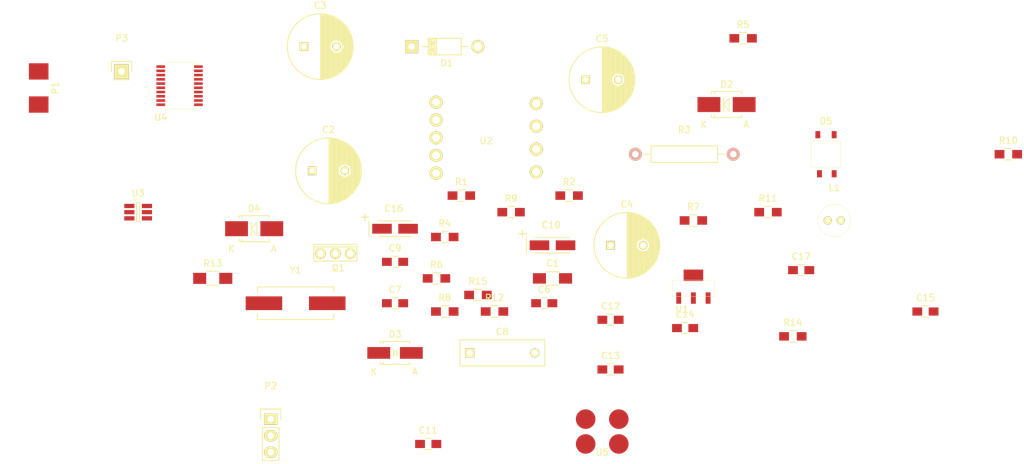
<source format=kicad_pcb>
(kicad_pcb (version 4) (host pcbnew 4.0.2+e4-6225~38~ubuntu16.04.1-stable)

  (general
    (links 88)
    (no_connects 88)
    (area 0 0 0 0)
    (thickness 1.6)
    (drawings 0)
    (tracks 0)
    (zones 0)
    (modules 48)
    (nets 45)
  )

  (page A4)
  (layers
    (0 F.Cu signal)
    (31 B.Cu signal)
    (32 B.Adhes user)
    (33 F.Adhes user)
    (34 B.Paste user)
    (35 F.Paste user)
    (36 B.SilkS user)
    (37 F.SilkS user)
    (38 B.Mask user)
    (39 F.Mask user)
    (40 Dwgs.User user)
    (41 Cmts.User user)
    (42 Eco1.User user)
    (43 Eco2.User user)
    (44 Edge.Cuts user)
    (45 Margin user)
    (46 B.CrtYd user)
    (47 F.CrtYd user)
    (48 B.Fab user)
    (49 F.Fab user)
  )

  (setup
    (last_trace_width 0.25)
    (trace_clearance 0.2)
    (zone_clearance 0.508)
    (zone_45_only no)
    (trace_min 0.2)
    (segment_width 0.2)
    (edge_width 0.15)
    (via_size 0.6)
    (via_drill 0.4)
    (via_min_size 0.4)
    (via_min_drill 0.3)
    (uvia_size 0.3)
    (uvia_drill 0.1)
    (uvias_allowed no)
    (uvia_min_size 0.2)
    (uvia_min_drill 0.1)
    (pcb_text_width 0.3)
    (pcb_text_size 1.5 1.5)
    (mod_edge_width 0.15)
    (mod_text_size 1 1)
    (mod_text_width 0.15)
    (pad_size 1.524 1.524)
    (pad_drill 0.762)
    (pad_to_mask_clearance 0.2)
    (aux_axis_origin 0 0)
    (visible_elements FFFFFF7F)
    (pcbplotparams
      (layerselection 0x00030_80000001)
      (usegerberextensions false)
      (excludeedgelayer true)
      (linewidth 0.100000)
      (plotframeref false)
      (viasonmask false)
      (mode 1)
      (useauxorigin false)
      (hpglpennumber 1)
      (hpglpenspeed 20)
      (hpglpendiameter 15)
      (hpglpenoverlay 2)
      (psnegative false)
      (psa4output false)
      (plotreference true)
      (plotvalue true)
      (plotinvisibletext false)
      (padsonsilk false)
      (subtractmaskfromsilk false)
      (outputformat 1)
      (mirror false)
      (drillshape 1)
      (scaleselection 1)
      (outputdirectory ""))
  )

  (net 0 "")
  (net 1 "Net-(C1-Pad1)")
  (net 2 "Net-(C1-Pad2)")
  (net 3 5v)
  (net 4 Earth)
  (net 5 "Net-(C4-Pad1)")
  (net 6 GND)
  (net 7 "Net-(C6-Pad1)")
  (net 8 "Net-(C7-Pad1)")
  (net 9 "Net-(C9-Pad1)")
  (net 10 3v3)
  (net 11 "Net-(C12-Pad1)")
  (net 12 "Net-(C13-Pad1)")
  (net 13 "Net-(D1-Pad2)")
  (net 14 "Net-(D1-Pad1)")
  (net 15 "Net-(D2-Pad2)")
  (net 16 "Net-(D3-Pad1)")
  (net 17 "Net-(D3-Pad2)")
  (net 18 "Net-(D5-Pad2)")
  (net 19 "Net-(D5-Pad4)")
  (net 20 "Net-(P1-Pad1)")
  (net 21 SWCLK)
  (net 22 SWDIO)
  (net 23 "Net-(P3-Pad1)")
  (net 24 "Net-(Q1-Pad2)")
  (net 25 "Net-(Q1-Pad1)")
  (net 26 "Net-(R4-Pad1)")
  (net 27 "Net-(R5-Pad1)")
  (net 28 "Net-(R8-Pad2)")
  (net 29 "Net-(R11-Pad1)")
  (net 30 "Net-(R15-Pad2)")
  (net 31 "Net-(U2-Pad3)")
  (net 32 "Net-(U2-Pad7)")
  (net 33 "Net-(U2-Pad8)")
  (net 34 PRX)
  (net 35 "Net-(U4-Pad7)")
  (net 36 "Net-(U4-Pad8)")
  (net 37 "Net-(U4-Pad9)")
  (net 38 "Net-(U4-Pad10)")
  (net 39 "Net-(U4-Pad11)")
  (net 40 LED)
  (net 41 "Net-(U4-Pad13)")
  (net 42 "Net-(U4-Pad14)")
  (net 43 "Net-(U4-Pad17)")
  (net 44 "Net-(U4-Pad18)")

  (net_class Default "This is the default net class."
    (clearance 0.2)
    (trace_width 0.25)
    (via_dia 0.6)
    (via_drill 0.4)
    (uvia_dia 0.3)
    (uvia_drill 0.1)
    (add_net 3v3)
    (add_net 5v)
    (add_net Earth)
    (add_net GND)
    (add_net LED)
    (add_net "Net-(C1-Pad1)")
    (add_net "Net-(C1-Pad2)")
    (add_net "Net-(C12-Pad1)")
    (add_net "Net-(C13-Pad1)")
    (add_net "Net-(C4-Pad1)")
    (add_net "Net-(C6-Pad1)")
    (add_net "Net-(C7-Pad1)")
    (add_net "Net-(C9-Pad1)")
    (add_net "Net-(D1-Pad1)")
    (add_net "Net-(D1-Pad2)")
    (add_net "Net-(D2-Pad2)")
    (add_net "Net-(D3-Pad1)")
    (add_net "Net-(D3-Pad2)")
    (add_net "Net-(D5-Pad2)")
    (add_net "Net-(D5-Pad4)")
    (add_net "Net-(P1-Pad1)")
    (add_net "Net-(P3-Pad1)")
    (add_net "Net-(Q1-Pad1)")
    (add_net "Net-(Q1-Pad2)")
    (add_net "Net-(R11-Pad1)")
    (add_net "Net-(R15-Pad2)")
    (add_net "Net-(R4-Pad1)")
    (add_net "Net-(R5-Pad1)")
    (add_net "Net-(R8-Pad2)")
    (add_net "Net-(U2-Pad3)")
    (add_net "Net-(U2-Pad7)")
    (add_net "Net-(U2-Pad8)")
    (add_net "Net-(U4-Pad10)")
    (add_net "Net-(U4-Pad11)")
    (add_net "Net-(U4-Pad13)")
    (add_net "Net-(U4-Pad14)")
    (add_net "Net-(U4-Pad17)")
    (add_net "Net-(U4-Pad18)")
    (add_net "Net-(U4-Pad7)")
    (add_net "Net-(U4-Pad8)")
    (add_net "Net-(U4-Pad9)")
    (add_net PRX)
    (add_net SWCLK)
    (add_net SWDIO)
  )

  (module Capacitors_SMD:C_1206_HandSoldering (layer F.Cu) (tedit 541A9C03) (tstamp 57994F1E)
    (at 158.75 107.95)
    (descr "Capacitor SMD 1206, hand soldering")
    (tags "capacitor 1206")
    (path /578D9D74)
    (attr smd)
    (fp_text reference C1 (at 0 -2.3) (layer F.SilkS)
      (effects (font (size 1 1) (thickness 0.15)))
    )
    (fp_text value 1nF (at 0 2.3) (layer F.Fab)
      (effects (font (size 1 1) (thickness 0.15)))
    )
    (fp_line (start -3.3 -1.15) (end 3.3 -1.15) (layer F.CrtYd) (width 0.05))
    (fp_line (start -3.3 1.15) (end 3.3 1.15) (layer F.CrtYd) (width 0.05))
    (fp_line (start -3.3 -1.15) (end -3.3 1.15) (layer F.CrtYd) (width 0.05))
    (fp_line (start 3.3 -1.15) (end 3.3 1.15) (layer F.CrtYd) (width 0.05))
    (fp_line (start 1 -1.025) (end -1 -1.025) (layer F.SilkS) (width 0.15))
    (fp_line (start -1 1.025) (end 1 1.025) (layer F.SilkS) (width 0.15))
    (pad 1 smd rect (at -2 0) (size 2 1.6) (layers F.Cu F.Paste F.Mask)
      (net 1 "Net-(C1-Pad1)"))
    (pad 2 smd rect (at 2 0) (size 2 1.6) (layers F.Cu F.Paste F.Mask)
      (net 2 "Net-(C1-Pad2)"))
    (model Capacitors_SMD.3dshapes/C_1206_HandSoldering.wrl
      (at (xyz 0 0 0))
      (scale (xyz 1 1 1))
      (rotate (xyz 0 0 0))
    )
  )

  (module Capacitors_ThroughHole:C_Radial_D10_L13_P5 (layer F.Cu) (tedit 0) (tstamp 57994F24)
    (at 121.92 91.44)
    (descr "Radial Electrolytic Capacitor Diameter 10mm x Length 13mm, Pitch 5mm")
    (tags "Electrolytic Capacitor")
    (path /578EE5E8)
    (fp_text reference C2 (at 2.5 -6.3) (layer F.SilkS)
      (effects (font (size 1 1) (thickness 0.15)))
    )
    (fp_text value 560uF (at 2.5 6.3) (layer F.Fab)
      (effects (font (size 1 1) (thickness 0.15)))
    )
    (fp_line (start 2.575 -4.999) (end 2.575 4.999) (layer F.SilkS) (width 0.15))
    (fp_line (start 2.715 -4.995) (end 2.715 4.995) (layer F.SilkS) (width 0.15))
    (fp_line (start 2.855 -4.987) (end 2.855 4.987) (layer F.SilkS) (width 0.15))
    (fp_line (start 2.995 -4.975) (end 2.995 4.975) (layer F.SilkS) (width 0.15))
    (fp_line (start 3.135 -4.96) (end 3.135 4.96) (layer F.SilkS) (width 0.15))
    (fp_line (start 3.275 -4.94) (end 3.275 4.94) (layer F.SilkS) (width 0.15))
    (fp_line (start 3.415 -4.916) (end 3.415 4.916) (layer F.SilkS) (width 0.15))
    (fp_line (start 3.555 -4.887) (end 3.555 4.887) (layer F.SilkS) (width 0.15))
    (fp_line (start 3.695 -4.855) (end 3.695 4.855) (layer F.SilkS) (width 0.15))
    (fp_line (start 3.835 -4.818) (end 3.835 4.818) (layer F.SilkS) (width 0.15))
    (fp_line (start 3.975 -4.777) (end 3.975 4.777) (layer F.SilkS) (width 0.15))
    (fp_line (start 4.115 -4.732) (end 4.115 -0.466) (layer F.SilkS) (width 0.15))
    (fp_line (start 4.115 0.466) (end 4.115 4.732) (layer F.SilkS) (width 0.15))
    (fp_line (start 4.255 -4.682) (end 4.255 -0.667) (layer F.SilkS) (width 0.15))
    (fp_line (start 4.255 0.667) (end 4.255 4.682) (layer F.SilkS) (width 0.15))
    (fp_line (start 4.395 -4.627) (end 4.395 -0.796) (layer F.SilkS) (width 0.15))
    (fp_line (start 4.395 0.796) (end 4.395 4.627) (layer F.SilkS) (width 0.15))
    (fp_line (start 4.535 -4.567) (end 4.535 -0.885) (layer F.SilkS) (width 0.15))
    (fp_line (start 4.535 0.885) (end 4.535 4.567) (layer F.SilkS) (width 0.15))
    (fp_line (start 4.675 -4.502) (end 4.675 -0.946) (layer F.SilkS) (width 0.15))
    (fp_line (start 4.675 0.946) (end 4.675 4.502) (layer F.SilkS) (width 0.15))
    (fp_line (start 4.815 -4.432) (end 4.815 -0.983) (layer F.SilkS) (width 0.15))
    (fp_line (start 4.815 0.983) (end 4.815 4.432) (layer F.SilkS) (width 0.15))
    (fp_line (start 4.955 -4.356) (end 4.955 -0.999) (layer F.SilkS) (width 0.15))
    (fp_line (start 4.955 0.999) (end 4.955 4.356) (layer F.SilkS) (width 0.15))
    (fp_line (start 5.095 -4.274) (end 5.095 -0.995) (layer F.SilkS) (width 0.15))
    (fp_line (start 5.095 0.995) (end 5.095 4.274) (layer F.SilkS) (width 0.15))
    (fp_line (start 5.235 -4.186) (end 5.235 -0.972) (layer F.SilkS) (width 0.15))
    (fp_line (start 5.235 0.972) (end 5.235 4.186) (layer F.SilkS) (width 0.15))
    (fp_line (start 5.375 -4.091) (end 5.375 -0.927) (layer F.SilkS) (width 0.15))
    (fp_line (start 5.375 0.927) (end 5.375 4.091) (layer F.SilkS) (width 0.15))
    (fp_line (start 5.515 -3.989) (end 5.515 -0.857) (layer F.SilkS) (width 0.15))
    (fp_line (start 5.515 0.857) (end 5.515 3.989) (layer F.SilkS) (width 0.15))
    (fp_line (start 5.655 -3.879) (end 5.655 -0.756) (layer F.SilkS) (width 0.15))
    (fp_line (start 5.655 0.756) (end 5.655 3.879) (layer F.SilkS) (width 0.15))
    (fp_line (start 5.795 -3.761) (end 5.795 -0.607) (layer F.SilkS) (width 0.15))
    (fp_line (start 5.795 0.607) (end 5.795 3.761) (layer F.SilkS) (width 0.15))
    (fp_line (start 5.935 -3.633) (end 5.935 -0.355) (layer F.SilkS) (width 0.15))
    (fp_line (start 5.935 0.355) (end 5.935 3.633) (layer F.SilkS) (width 0.15))
    (fp_line (start 6.075 -3.496) (end 6.075 3.496) (layer F.SilkS) (width 0.15))
    (fp_line (start 6.215 -3.346) (end 6.215 3.346) (layer F.SilkS) (width 0.15))
    (fp_line (start 6.355 -3.184) (end 6.355 3.184) (layer F.SilkS) (width 0.15))
    (fp_line (start 6.495 -3.007) (end 6.495 3.007) (layer F.SilkS) (width 0.15))
    (fp_line (start 6.635 -2.811) (end 6.635 2.811) (layer F.SilkS) (width 0.15))
    (fp_line (start 6.775 -2.593) (end 6.775 2.593) (layer F.SilkS) (width 0.15))
    (fp_line (start 6.915 -2.347) (end 6.915 2.347) (layer F.SilkS) (width 0.15))
    (fp_line (start 7.055 -2.062) (end 7.055 2.062) (layer F.SilkS) (width 0.15))
    (fp_line (start 7.195 -1.72) (end 7.195 1.72) (layer F.SilkS) (width 0.15))
    (fp_line (start 7.335 -1.274) (end 7.335 1.274) (layer F.SilkS) (width 0.15))
    (fp_line (start 7.475 -0.499) (end 7.475 0.499) (layer F.SilkS) (width 0.15))
    (fp_circle (center 5 0) (end 5 -1) (layer F.SilkS) (width 0.15))
    (fp_circle (center 2.5 0) (end 2.5 -5.0375) (layer F.SilkS) (width 0.15))
    (fp_circle (center 2.5 0) (end 2.5 -5.3) (layer F.CrtYd) (width 0.05))
    (pad 1 thru_hole rect (at 0 0) (size 1.3 1.3) (drill 0.8) (layers *.Cu *.Mask F.SilkS)
      (net 3 5v))
    (pad 2 thru_hole circle (at 5 0) (size 1.3 1.3) (drill 0.8) (layers *.Cu *.Mask F.SilkS)
      (net 4 Earth))
    (model Capacitors_ThroughHole.3dshapes/C_Radial_D10_L13_P5.wrl
      (at (xyz 0.0984252 0 0))
      (scale (xyz 1 1 1))
      (rotate (xyz 0 0 90))
    )
  )

  (module Capacitors_ThroughHole:C_Radial_D10_L13_P5 (layer F.Cu) (tedit 0) (tstamp 57994F2A)
    (at 120.65 72.39)
    (descr "Radial Electrolytic Capacitor Diameter 10mm x Length 13mm, Pitch 5mm")
    (tags "Electrolytic Capacitor")
    (path /578EEA13)
    (fp_text reference C3 (at 2.5 -6.3) (layer F.SilkS)
      (effects (font (size 1 1) (thickness 0.15)))
    )
    (fp_text value 560uF (at 2.5 6.3) (layer F.Fab)
      (effects (font (size 1 1) (thickness 0.15)))
    )
    (fp_line (start 2.575 -4.999) (end 2.575 4.999) (layer F.SilkS) (width 0.15))
    (fp_line (start 2.715 -4.995) (end 2.715 4.995) (layer F.SilkS) (width 0.15))
    (fp_line (start 2.855 -4.987) (end 2.855 4.987) (layer F.SilkS) (width 0.15))
    (fp_line (start 2.995 -4.975) (end 2.995 4.975) (layer F.SilkS) (width 0.15))
    (fp_line (start 3.135 -4.96) (end 3.135 4.96) (layer F.SilkS) (width 0.15))
    (fp_line (start 3.275 -4.94) (end 3.275 4.94) (layer F.SilkS) (width 0.15))
    (fp_line (start 3.415 -4.916) (end 3.415 4.916) (layer F.SilkS) (width 0.15))
    (fp_line (start 3.555 -4.887) (end 3.555 4.887) (layer F.SilkS) (width 0.15))
    (fp_line (start 3.695 -4.855) (end 3.695 4.855) (layer F.SilkS) (width 0.15))
    (fp_line (start 3.835 -4.818) (end 3.835 4.818) (layer F.SilkS) (width 0.15))
    (fp_line (start 3.975 -4.777) (end 3.975 4.777) (layer F.SilkS) (width 0.15))
    (fp_line (start 4.115 -4.732) (end 4.115 -0.466) (layer F.SilkS) (width 0.15))
    (fp_line (start 4.115 0.466) (end 4.115 4.732) (layer F.SilkS) (width 0.15))
    (fp_line (start 4.255 -4.682) (end 4.255 -0.667) (layer F.SilkS) (width 0.15))
    (fp_line (start 4.255 0.667) (end 4.255 4.682) (layer F.SilkS) (width 0.15))
    (fp_line (start 4.395 -4.627) (end 4.395 -0.796) (layer F.SilkS) (width 0.15))
    (fp_line (start 4.395 0.796) (end 4.395 4.627) (layer F.SilkS) (width 0.15))
    (fp_line (start 4.535 -4.567) (end 4.535 -0.885) (layer F.SilkS) (width 0.15))
    (fp_line (start 4.535 0.885) (end 4.535 4.567) (layer F.SilkS) (width 0.15))
    (fp_line (start 4.675 -4.502) (end 4.675 -0.946) (layer F.SilkS) (width 0.15))
    (fp_line (start 4.675 0.946) (end 4.675 4.502) (layer F.SilkS) (width 0.15))
    (fp_line (start 4.815 -4.432) (end 4.815 -0.983) (layer F.SilkS) (width 0.15))
    (fp_line (start 4.815 0.983) (end 4.815 4.432) (layer F.SilkS) (width 0.15))
    (fp_line (start 4.955 -4.356) (end 4.955 -0.999) (layer F.SilkS) (width 0.15))
    (fp_line (start 4.955 0.999) (end 4.955 4.356) (layer F.SilkS) (width 0.15))
    (fp_line (start 5.095 -4.274) (end 5.095 -0.995) (layer F.SilkS) (width 0.15))
    (fp_line (start 5.095 0.995) (end 5.095 4.274) (layer F.SilkS) (width 0.15))
    (fp_line (start 5.235 -4.186) (end 5.235 -0.972) (layer F.SilkS) (width 0.15))
    (fp_line (start 5.235 0.972) (end 5.235 4.186) (layer F.SilkS) (width 0.15))
    (fp_line (start 5.375 -4.091) (end 5.375 -0.927) (layer F.SilkS) (width 0.15))
    (fp_line (start 5.375 0.927) (end 5.375 4.091) (layer F.SilkS) (width 0.15))
    (fp_line (start 5.515 -3.989) (end 5.515 -0.857) (layer F.SilkS) (width 0.15))
    (fp_line (start 5.515 0.857) (end 5.515 3.989) (layer F.SilkS) (width 0.15))
    (fp_line (start 5.655 -3.879) (end 5.655 -0.756) (layer F.SilkS) (width 0.15))
    (fp_line (start 5.655 0.756) (end 5.655 3.879) (layer F.SilkS) (width 0.15))
    (fp_line (start 5.795 -3.761) (end 5.795 -0.607) (layer F.SilkS) (width 0.15))
    (fp_line (start 5.795 0.607) (end 5.795 3.761) (layer F.SilkS) (width 0.15))
    (fp_line (start 5.935 -3.633) (end 5.935 -0.355) (layer F.SilkS) (width 0.15))
    (fp_line (start 5.935 0.355) (end 5.935 3.633) (layer F.SilkS) (width 0.15))
    (fp_line (start 6.075 -3.496) (end 6.075 3.496) (layer F.SilkS) (width 0.15))
    (fp_line (start 6.215 -3.346) (end 6.215 3.346) (layer F.SilkS) (width 0.15))
    (fp_line (start 6.355 -3.184) (end 6.355 3.184) (layer F.SilkS) (width 0.15))
    (fp_line (start 6.495 -3.007) (end 6.495 3.007) (layer F.SilkS) (width 0.15))
    (fp_line (start 6.635 -2.811) (end 6.635 2.811) (layer F.SilkS) (width 0.15))
    (fp_line (start 6.775 -2.593) (end 6.775 2.593) (layer F.SilkS) (width 0.15))
    (fp_line (start 6.915 -2.347) (end 6.915 2.347) (layer F.SilkS) (width 0.15))
    (fp_line (start 7.055 -2.062) (end 7.055 2.062) (layer F.SilkS) (width 0.15))
    (fp_line (start 7.195 -1.72) (end 7.195 1.72) (layer F.SilkS) (width 0.15))
    (fp_line (start 7.335 -1.274) (end 7.335 1.274) (layer F.SilkS) (width 0.15))
    (fp_line (start 7.475 -0.499) (end 7.475 0.499) (layer F.SilkS) (width 0.15))
    (fp_circle (center 5 0) (end 5 -1) (layer F.SilkS) (width 0.15))
    (fp_circle (center 2.5 0) (end 2.5 -5.0375) (layer F.SilkS) (width 0.15))
    (fp_circle (center 2.5 0) (end 2.5 -5.3) (layer F.CrtYd) (width 0.05))
    (pad 1 thru_hole rect (at 0 0) (size 1.3 1.3) (drill 0.8) (layers *.Cu *.Mask F.SilkS)
      (net 3 5v))
    (pad 2 thru_hole circle (at 5 0) (size 1.3 1.3) (drill 0.8) (layers *.Cu *.Mask F.SilkS)
      (net 4 Earth))
    (model Capacitors_ThroughHole.3dshapes/C_Radial_D10_L13_P5.wrl
      (at (xyz 0.0984252 0 0))
      (scale (xyz 1 1 1))
      (rotate (xyz 0 0 90))
    )
  )

  (module Capacitors_ThroughHole:C_Radial_D10_L16_P5 (layer F.Cu) (tedit 0) (tstamp 57994F30)
    (at 167.64 102.87)
    (descr "Radial Electrolytic Capacitor 10mm x Length 16mm, Pitch 5mm")
    (tags "Electrolytic Capacitor")
    (path /578580EA)
    (fp_text reference C4 (at 2.5 -6.3) (layer F.SilkS)
      (effects (font (size 1 1) (thickness 0.15)))
    )
    (fp_text value 4.7uF (at 2.5 6.3) (layer F.Fab)
      (effects (font (size 1 1) (thickness 0.15)))
    )
    (fp_line (start 2.575 -4.999) (end 2.575 4.999) (layer F.SilkS) (width 0.15))
    (fp_line (start 2.715 -4.995) (end 2.715 4.995) (layer F.SilkS) (width 0.15))
    (fp_line (start 2.855 -4.987) (end 2.855 4.987) (layer F.SilkS) (width 0.15))
    (fp_line (start 2.995 -4.975) (end 2.995 4.975) (layer F.SilkS) (width 0.15))
    (fp_line (start 3.135 -4.96) (end 3.135 4.96) (layer F.SilkS) (width 0.15))
    (fp_line (start 3.275 -4.94) (end 3.275 4.94) (layer F.SilkS) (width 0.15))
    (fp_line (start 3.415 -4.916) (end 3.415 4.916) (layer F.SilkS) (width 0.15))
    (fp_line (start 3.555 -4.887) (end 3.555 4.887) (layer F.SilkS) (width 0.15))
    (fp_line (start 3.695 -4.855) (end 3.695 4.855) (layer F.SilkS) (width 0.15))
    (fp_line (start 3.835 -4.818) (end 3.835 4.818) (layer F.SilkS) (width 0.15))
    (fp_line (start 3.975 -4.777) (end 3.975 4.777) (layer F.SilkS) (width 0.15))
    (fp_line (start 4.115 -4.732) (end 4.115 -0.466) (layer F.SilkS) (width 0.15))
    (fp_line (start 4.115 0.466) (end 4.115 4.732) (layer F.SilkS) (width 0.15))
    (fp_line (start 4.255 -4.682) (end 4.255 -0.667) (layer F.SilkS) (width 0.15))
    (fp_line (start 4.255 0.667) (end 4.255 4.682) (layer F.SilkS) (width 0.15))
    (fp_line (start 4.395 -4.627) (end 4.395 -0.796) (layer F.SilkS) (width 0.15))
    (fp_line (start 4.395 0.796) (end 4.395 4.627) (layer F.SilkS) (width 0.15))
    (fp_line (start 4.535 -4.567) (end 4.535 -0.885) (layer F.SilkS) (width 0.15))
    (fp_line (start 4.535 0.885) (end 4.535 4.567) (layer F.SilkS) (width 0.15))
    (fp_line (start 4.675 -4.502) (end 4.675 -0.946) (layer F.SilkS) (width 0.15))
    (fp_line (start 4.675 0.946) (end 4.675 4.502) (layer F.SilkS) (width 0.15))
    (fp_line (start 4.815 -4.432) (end 4.815 -0.983) (layer F.SilkS) (width 0.15))
    (fp_line (start 4.815 0.983) (end 4.815 4.432) (layer F.SilkS) (width 0.15))
    (fp_line (start 4.955 -4.356) (end 4.955 -0.999) (layer F.SilkS) (width 0.15))
    (fp_line (start 4.955 0.999) (end 4.955 4.356) (layer F.SilkS) (width 0.15))
    (fp_line (start 5.095 -4.274) (end 5.095 -0.995) (layer F.SilkS) (width 0.15))
    (fp_line (start 5.095 0.995) (end 5.095 4.274) (layer F.SilkS) (width 0.15))
    (fp_line (start 5.235 -4.186) (end 5.235 -0.972) (layer F.SilkS) (width 0.15))
    (fp_line (start 5.235 0.972) (end 5.235 4.186) (layer F.SilkS) (width 0.15))
    (fp_line (start 5.375 -4.091) (end 5.375 -0.927) (layer F.SilkS) (width 0.15))
    (fp_line (start 5.375 0.927) (end 5.375 4.091) (layer F.SilkS) (width 0.15))
    (fp_line (start 5.515 -3.989) (end 5.515 -0.857) (layer F.SilkS) (width 0.15))
    (fp_line (start 5.515 0.857) (end 5.515 3.989) (layer F.SilkS) (width 0.15))
    (fp_line (start 5.655 -3.879) (end 5.655 -0.756) (layer F.SilkS) (width 0.15))
    (fp_line (start 5.655 0.756) (end 5.655 3.879) (layer F.SilkS) (width 0.15))
    (fp_line (start 5.795 -3.761) (end 5.795 -0.607) (layer F.SilkS) (width 0.15))
    (fp_line (start 5.795 0.607) (end 5.795 3.761) (layer F.SilkS) (width 0.15))
    (fp_line (start 5.935 -3.633) (end 5.935 -0.355) (layer F.SilkS) (width 0.15))
    (fp_line (start 5.935 0.355) (end 5.935 3.633) (layer F.SilkS) (width 0.15))
    (fp_line (start 6.075 -3.496) (end 6.075 3.496) (layer F.SilkS) (width 0.15))
    (fp_line (start 6.215 -3.346) (end 6.215 3.346) (layer F.SilkS) (width 0.15))
    (fp_line (start 6.355 -3.184) (end 6.355 3.184) (layer F.SilkS) (width 0.15))
    (fp_line (start 6.495 -3.007) (end 6.495 3.007) (layer F.SilkS) (width 0.15))
    (fp_line (start 6.635 -2.811) (end 6.635 2.811) (layer F.SilkS) (width 0.15))
    (fp_line (start 6.775 -2.593) (end 6.775 2.593) (layer F.SilkS) (width 0.15))
    (fp_line (start 6.915 -2.347) (end 6.915 2.347) (layer F.SilkS) (width 0.15))
    (fp_line (start 7.055 -2.062) (end 7.055 2.062) (layer F.SilkS) (width 0.15))
    (fp_line (start 7.195 -1.72) (end 7.195 1.72) (layer F.SilkS) (width 0.15))
    (fp_line (start 7.335 -1.274) (end 7.335 1.274) (layer F.SilkS) (width 0.15))
    (fp_line (start 7.475 -0.499) (end 7.475 0.499) (layer F.SilkS) (width 0.15))
    (fp_circle (center 5 0) (end 5 -1) (layer F.SilkS) (width 0.15))
    (fp_circle (center 2.5 0) (end 2.5 -5.0375) (layer F.SilkS) (width 0.15))
    (fp_circle (center 2.5 0) (end 2.5 -5.3) (layer F.CrtYd) (width 0.05))
    (pad 1 thru_hole rect (at 0 0) (size 1.3 1.3) (drill 0.8) (layers *.Cu *.Mask F.SilkS)
      (net 5 "Net-(C4-Pad1)"))
    (pad 2 thru_hole circle (at 5 0) (size 1.3 1.3) (drill 0.8) (layers *.Cu *.Mask F.SilkS)
      (net 6 GND))
    (model Capacitors_ThroughHole.3dshapes/C_Radial_D10_L16_P5.wrl
      (at (xyz 0.0984252 0 0))
      (scale (xyz 1 1 1))
      (rotate (xyz 0 0 90))
    )
  )

  (module Capacitors_ThroughHole:C_Radial_D10_L16_P5 (layer F.Cu) (tedit 0) (tstamp 57994F36)
    (at 163.83 77.47)
    (descr "Radial Electrolytic Capacitor 10mm x Length 16mm, Pitch 5mm")
    (tags "Electrolytic Capacitor")
    (path /57858A38)
    (fp_text reference C5 (at 2.5 -6.3) (layer F.SilkS)
      (effects (font (size 1 1) (thickness 0.15)))
    )
    (fp_text value 4.7uF (at 2.5 6.3) (layer F.Fab)
      (effects (font (size 1 1) (thickness 0.15)))
    )
    (fp_line (start 2.575 -4.999) (end 2.575 4.999) (layer F.SilkS) (width 0.15))
    (fp_line (start 2.715 -4.995) (end 2.715 4.995) (layer F.SilkS) (width 0.15))
    (fp_line (start 2.855 -4.987) (end 2.855 4.987) (layer F.SilkS) (width 0.15))
    (fp_line (start 2.995 -4.975) (end 2.995 4.975) (layer F.SilkS) (width 0.15))
    (fp_line (start 3.135 -4.96) (end 3.135 4.96) (layer F.SilkS) (width 0.15))
    (fp_line (start 3.275 -4.94) (end 3.275 4.94) (layer F.SilkS) (width 0.15))
    (fp_line (start 3.415 -4.916) (end 3.415 4.916) (layer F.SilkS) (width 0.15))
    (fp_line (start 3.555 -4.887) (end 3.555 4.887) (layer F.SilkS) (width 0.15))
    (fp_line (start 3.695 -4.855) (end 3.695 4.855) (layer F.SilkS) (width 0.15))
    (fp_line (start 3.835 -4.818) (end 3.835 4.818) (layer F.SilkS) (width 0.15))
    (fp_line (start 3.975 -4.777) (end 3.975 4.777) (layer F.SilkS) (width 0.15))
    (fp_line (start 4.115 -4.732) (end 4.115 -0.466) (layer F.SilkS) (width 0.15))
    (fp_line (start 4.115 0.466) (end 4.115 4.732) (layer F.SilkS) (width 0.15))
    (fp_line (start 4.255 -4.682) (end 4.255 -0.667) (layer F.SilkS) (width 0.15))
    (fp_line (start 4.255 0.667) (end 4.255 4.682) (layer F.SilkS) (width 0.15))
    (fp_line (start 4.395 -4.627) (end 4.395 -0.796) (layer F.SilkS) (width 0.15))
    (fp_line (start 4.395 0.796) (end 4.395 4.627) (layer F.SilkS) (width 0.15))
    (fp_line (start 4.535 -4.567) (end 4.535 -0.885) (layer F.SilkS) (width 0.15))
    (fp_line (start 4.535 0.885) (end 4.535 4.567) (layer F.SilkS) (width 0.15))
    (fp_line (start 4.675 -4.502) (end 4.675 -0.946) (layer F.SilkS) (width 0.15))
    (fp_line (start 4.675 0.946) (end 4.675 4.502) (layer F.SilkS) (width 0.15))
    (fp_line (start 4.815 -4.432) (end 4.815 -0.983) (layer F.SilkS) (width 0.15))
    (fp_line (start 4.815 0.983) (end 4.815 4.432) (layer F.SilkS) (width 0.15))
    (fp_line (start 4.955 -4.356) (end 4.955 -0.999) (layer F.SilkS) (width 0.15))
    (fp_line (start 4.955 0.999) (end 4.955 4.356) (layer F.SilkS) (width 0.15))
    (fp_line (start 5.095 -4.274) (end 5.095 -0.995) (layer F.SilkS) (width 0.15))
    (fp_line (start 5.095 0.995) (end 5.095 4.274) (layer F.SilkS) (width 0.15))
    (fp_line (start 5.235 -4.186) (end 5.235 -0.972) (layer F.SilkS) (width 0.15))
    (fp_line (start 5.235 0.972) (end 5.235 4.186) (layer F.SilkS) (width 0.15))
    (fp_line (start 5.375 -4.091) (end 5.375 -0.927) (layer F.SilkS) (width 0.15))
    (fp_line (start 5.375 0.927) (end 5.375 4.091) (layer F.SilkS) (width 0.15))
    (fp_line (start 5.515 -3.989) (end 5.515 -0.857) (layer F.SilkS) (width 0.15))
    (fp_line (start 5.515 0.857) (end 5.515 3.989) (layer F.SilkS) (width 0.15))
    (fp_line (start 5.655 -3.879) (end 5.655 -0.756) (layer F.SilkS) (width 0.15))
    (fp_line (start 5.655 0.756) (end 5.655 3.879) (layer F.SilkS) (width 0.15))
    (fp_line (start 5.795 -3.761) (end 5.795 -0.607) (layer F.SilkS) (width 0.15))
    (fp_line (start 5.795 0.607) (end 5.795 3.761) (layer F.SilkS) (width 0.15))
    (fp_line (start 5.935 -3.633) (end 5.935 -0.355) (layer F.SilkS) (width 0.15))
    (fp_line (start 5.935 0.355) (end 5.935 3.633) (layer F.SilkS) (width 0.15))
    (fp_line (start 6.075 -3.496) (end 6.075 3.496) (layer F.SilkS) (width 0.15))
    (fp_line (start 6.215 -3.346) (end 6.215 3.346) (layer F.SilkS) (width 0.15))
    (fp_line (start 6.355 -3.184) (end 6.355 3.184) (layer F.SilkS) (width 0.15))
    (fp_line (start 6.495 -3.007) (end 6.495 3.007) (layer F.SilkS) (width 0.15))
    (fp_line (start 6.635 -2.811) (end 6.635 2.811) (layer F.SilkS) (width 0.15))
    (fp_line (start 6.775 -2.593) (end 6.775 2.593) (layer F.SilkS) (width 0.15))
    (fp_line (start 6.915 -2.347) (end 6.915 2.347) (layer F.SilkS) (width 0.15))
    (fp_line (start 7.055 -2.062) (end 7.055 2.062) (layer F.SilkS) (width 0.15))
    (fp_line (start 7.195 -1.72) (end 7.195 1.72) (layer F.SilkS) (width 0.15))
    (fp_line (start 7.335 -1.274) (end 7.335 1.274) (layer F.SilkS) (width 0.15))
    (fp_line (start 7.475 -0.499) (end 7.475 0.499) (layer F.SilkS) (width 0.15))
    (fp_circle (center 5 0) (end 5 -1) (layer F.SilkS) (width 0.15))
    (fp_circle (center 2.5 0) (end 2.5 -5.0375) (layer F.SilkS) (width 0.15))
    (fp_circle (center 2.5 0) (end 2.5 -5.3) (layer F.CrtYd) (width 0.05))
    (pad 1 thru_hole rect (at 0 0) (size 1.3 1.3) (drill 0.8) (layers *.Cu *.Mask F.SilkS)
      (net 2 "Net-(C1-Pad2)"))
    (pad 2 thru_hole circle (at 5 0) (size 1.3 1.3) (drill 0.8) (layers *.Cu *.Mask F.SilkS)
      (net 6 GND))
    (model Capacitors_ThroughHole.3dshapes/C_Radial_D10_L16_P5.wrl
      (at (xyz 0.0984252 0 0))
      (scale (xyz 1 1 1))
      (rotate (xyz 0 0 90))
    )
  )

  (module Capacitors_SMD:C_0805_HandSoldering (layer F.Cu) (tedit 541A9B8D) (tstamp 57994F3C)
    (at 157.48 111.76)
    (descr "Capacitor SMD 0805, hand soldering")
    (tags "capacitor 0805")
    (path /578ED2F9)
    (attr smd)
    (fp_text reference C6 (at 0 -2.1) (layer F.SilkS)
      (effects (font (size 1 1) (thickness 0.15)))
    )
    (fp_text value np (at 0 2.1) (layer F.Fab)
      (effects (font (size 1 1) (thickness 0.15)))
    )
    (fp_line (start -2.3 -1) (end 2.3 -1) (layer F.CrtYd) (width 0.05))
    (fp_line (start -2.3 1) (end 2.3 1) (layer F.CrtYd) (width 0.05))
    (fp_line (start -2.3 -1) (end -2.3 1) (layer F.CrtYd) (width 0.05))
    (fp_line (start 2.3 -1) (end 2.3 1) (layer F.CrtYd) (width 0.05))
    (fp_line (start 0.5 -0.85) (end -0.5 -0.85) (layer F.SilkS) (width 0.15))
    (fp_line (start -0.5 0.85) (end 0.5 0.85) (layer F.SilkS) (width 0.15))
    (pad 1 smd rect (at -1.25 0) (size 1.5 1.25) (layers F.Cu F.Paste F.Mask)
      (net 7 "Net-(C6-Pad1)"))
    (pad 2 smd rect (at 1.25 0) (size 1.5 1.25) (layers F.Cu F.Paste F.Mask)
      (net 6 GND))
    (model Capacitors_SMD.3dshapes/C_0805_HandSoldering.wrl
      (at (xyz 0 0 0))
      (scale (xyz 1 1 1))
      (rotate (xyz 0 0 0))
    )
  )

  (module Capacitors_SMD:C_0805_HandSoldering (layer F.Cu) (tedit 541A9B8D) (tstamp 57994F42)
    (at 134.62 111.76)
    (descr "Capacitor SMD 0805, hand soldering")
    (tags "capacitor 0805")
    (path /578EC81B)
    (attr smd)
    (fp_text reference C7 (at 0 -2.1) (layer F.SilkS)
      (effects (font (size 1 1) (thickness 0.15)))
    )
    (fp_text value 330nF (at 0 2.1) (layer F.Fab)
      (effects (font (size 1 1) (thickness 0.15)))
    )
    (fp_line (start -2.3 -1) (end 2.3 -1) (layer F.CrtYd) (width 0.05))
    (fp_line (start -2.3 1) (end 2.3 1) (layer F.CrtYd) (width 0.05))
    (fp_line (start -2.3 -1) (end -2.3 1) (layer F.CrtYd) (width 0.05))
    (fp_line (start 2.3 -1) (end 2.3 1) (layer F.CrtYd) (width 0.05))
    (fp_line (start 0.5 -0.85) (end -0.5 -0.85) (layer F.SilkS) (width 0.15))
    (fp_line (start -0.5 0.85) (end 0.5 0.85) (layer F.SilkS) (width 0.15))
    (pad 1 smd rect (at -1.25 0) (size 1.5 1.25) (layers F.Cu F.Paste F.Mask)
      (net 8 "Net-(C7-Pad1)"))
    (pad 2 smd rect (at 1.25 0) (size 1.5 1.25) (layers F.Cu F.Paste F.Mask)
      (net 6 GND))
    (model Capacitors_SMD.3dshapes/C_0805_HandSoldering.wrl
      (at (xyz 0 0 0))
      (scale (xyz 1 1 1))
      (rotate (xyz 0 0 0))
    )
  )

  (module Capacitors_ThroughHole:C_Rect_L13_W4_P10 (layer F.Cu) (tedit 0) (tstamp 57994F48)
    (at 146.05 119.38)
    (descr "Film Capacitor Length 13 x Width 4mm, Pitch 10mm")
    (tags Capacitor)
    (path /578EF058)
    (fp_text reference C8 (at 5 -3.25) (layer F.SilkS)
      (effects (font (size 1 1) (thickness 0.15)))
    )
    (fp_text value 1000pF (at 5 3.25) (layer F.Fab)
      (effects (font (size 1 1) (thickness 0.15)))
    )
    (fp_line (start -1.75 -2.25) (end 11.75 -2.25) (layer F.CrtYd) (width 0.05))
    (fp_line (start 11.75 -2.25) (end 11.75 2.25) (layer F.CrtYd) (width 0.05))
    (fp_line (start 11.75 2.25) (end -1.75 2.25) (layer F.CrtYd) (width 0.05))
    (fp_line (start -1.75 2.25) (end -1.75 -2.25) (layer F.CrtYd) (width 0.05))
    (fp_line (start -1.5 -2) (end 11.5 -2) (layer F.SilkS) (width 0.15))
    (fp_line (start 11.5 -2) (end 11.5 2) (layer F.SilkS) (width 0.15))
    (fp_line (start 11.5 2) (end -1.5 2) (layer F.SilkS) (width 0.15))
    (fp_line (start -1.5 2) (end -1.5 -2) (layer F.SilkS) (width 0.15))
    (pad 1 thru_hole rect (at 0 0) (size 1.4 1.4) (drill 0.9) (layers *.Cu *.Mask F.SilkS)
      (net 4 Earth))
    (pad 2 thru_hole circle (at 10 0) (size 1.4 1.4) (drill 0.9) (layers *.Cu *.Mask F.SilkS)
      (net 6 GND))
    (model Capacitors_ThroughHole.3dshapes/C_Rect_L13_W4_P10.wrl
      (at (xyz 0 0 0))
      (scale (xyz 1 1 1))
      (rotate (xyz 0 0 0))
    )
  )

  (module Capacitors_SMD:C_0805_HandSoldering (layer F.Cu) (tedit 541A9B8D) (tstamp 57994F4E)
    (at 134.62 105.41)
    (descr "Capacitor SMD 0805, hand soldering")
    (tags "capacitor 0805")
    (path /578ED95B)
    (attr smd)
    (fp_text reference C9 (at 0 -2.1) (layer F.SilkS)
      (effects (font (size 1 1) (thickness 0.15)))
    )
    (fp_text value np (at 0 2.1) (layer F.Fab)
      (effects (font (size 1 1) (thickness 0.15)))
    )
    (fp_line (start -2.3 -1) (end 2.3 -1) (layer F.CrtYd) (width 0.05))
    (fp_line (start -2.3 1) (end 2.3 1) (layer F.CrtYd) (width 0.05))
    (fp_line (start -2.3 -1) (end -2.3 1) (layer F.CrtYd) (width 0.05))
    (fp_line (start 2.3 -1) (end 2.3 1) (layer F.CrtYd) (width 0.05))
    (fp_line (start 0.5 -0.85) (end -0.5 -0.85) (layer F.SilkS) (width 0.15))
    (fp_line (start -0.5 0.85) (end 0.5 0.85) (layer F.SilkS) (width 0.15))
    (pad 1 smd rect (at -1.25 0) (size 1.5 1.25) (layers F.Cu F.Paste F.Mask)
      (net 9 "Net-(C9-Pad1)"))
    (pad 2 smd rect (at 1.25 0) (size 1.5 1.25) (layers F.Cu F.Paste F.Mask)
      (net 6 GND))
    (model Capacitors_SMD.3dshapes/C_0805_HandSoldering.wrl
      (at (xyz 0 0 0))
      (scale (xyz 1 1 1))
      (rotate (xyz 0 0 0))
    )
  )

  (module Capacitors_Tantalum_SMD:TantalC_SizeA_EIA-3216_HandSoldering (layer F.Cu) (tedit 0) (tstamp 57994F54)
    (at 158.75 102.87)
    (descr "Tantal Cap. , Size A, EIA-3216, Hand Soldering,")
    (tags "Tantal Cap. , Size A, EIA-3216, Hand Soldering,")
    (path /5790220C)
    (attr smd)
    (fp_text reference C10 (at -0.20066 -3.0988) (layer F.SilkS)
      (effects (font (size 1 1) (thickness 0.15)))
    )
    (fp_text value 10uF (at -0.09906 3.0988) (layer F.Fab)
      (effects (font (size 1 1) (thickness 0.15)))
    )
    (fp_text user + (at -4.59994 -1.80086) (layer F.SilkS)
      (effects (font (size 1 1) (thickness 0.15)))
    )
    (fp_line (start -2.60096 1.19888) (end 2.60096 1.19888) (layer F.SilkS) (width 0.15))
    (fp_line (start 2.60096 -1.19888) (end -2.60096 -1.19888) (layer F.SilkS) (width 0.15))
    (fp_line (start -4.59994 -2.2987) (end -4.59994 -1.19888) (layer F.SilkS) (width 0.15))
    (fp_line (start -5.19938 -1.79832) (end -4.0005 -1.79832) (layer F.SilkS) (width 0.15))
    (fp_line (start -3.99542 -1.19888) (end -3.99542 1.19888) (layer F.SilkS) (width 0.15))
    (pad 2 smd rect (at 1.99898 0) (size 2.99974 1.50114) (layers F.Cu F.Paste F.Mask)
      (net 4 Earth))
    (pad 1 smd rect (at -1.99898 0) (size 2.99974 1.50114) (layers F.Cu F.Paste F.Mask)
      (net 10 3v3))
    (model Capacitors_Tantalum_SMD.3dshapes/TantalC_SizeA_EIA-3216_HandSoldering.wrl
      (at (xyz 0 0 0))
      (scale (xyz 1 1 1))
      (rotate (xyz 0 0 180))
    )
  )

  (module Capacitors_SMD:C_0805_HandSoldering (layer F.Cu) (tedit 541A9B8D) (tstamp 57994F5A)
    (at 139.7 133.35)
    (descr "Capacitor SMD 0805, hand soldering")
    (tags "capacitor 0805")
    (path /579028FD)
    (attr smd)
    (fp_text reference C11 (at 0 -2.1) (layer F.SilkS)
      (effects (font (size 1 1) (thickness 0.15)))
    )
    (fp_text value 1uF (at 0 2.1) (layer F.Fab)
      (effects (font (size 1 1) (thickness 0.15)))
    )
    (fp_line (start -2.3 -1) (end 2.3 -1) (layer F.CrtYd) (width 0.05))
    (fp_line (start -2.3 1) (end 2.3 1) (layer F.CrtYd) (width 0.05))
    (fp_line (start -2.3 -1) (end -2.3 1) (layer F.CrtYd) (width 0.05))
    (fp_line (start 2.3 -1) (end 2.3 1) (layer F.CrtYd) (width 0.05))
    (fp_line (start 0.5 -0.85) (end -0.5 -0.85) (layer F.SilkS) (width 0.15))
    (fp_line (start -0.5 0.85) (end 0.5 0.85) (layer F.SilkS) (width 0.15))
    (pad 1 smd rect (at -1.25 0) (size 1.5 1.25) (layers F.Cu F.Paste F.Mask)
      (net 3 5v))
    (pad 2 smd rect (at 1.25 0) (size 1.5 1.25) (layers F.Cu F.Paste F.Mask)
      (net 4 Earth))
    (model Capacitors_SMD.3dshapes/C_0805_HandSoldering.wrl
      (at (xyz 0 0 0))
      (scale (xyz 1 1 1))
      (rotate (xyz 0 0 0))
    )
  )

  (module Capacitors_SMD:C_0805_HandSoldering (layer F.Cu) (tedit 541A9B8D) (tstamp 57994F60)
    (at 167.64 114.3)
    (descr "Capacitor SMD 0805, hand soldering")
    (tags "capacitor 0805")
    (path /579179A6)
    (attr smd)
    (fp_text reference C12 (at 0 -2.1) (layer F.SilkS)
      (effects (font (size 1 1) (thickness 0.15)))
    )
    (fp_text value 22pF (at 0 2.1) (layer F.Fab)
      (effects (font (size 1 1) (thickness 0.15)))
    )
    (fp_line (start -2.3 -1) (end 2.3 -1) (layer F.CrtYd) (width 0.05))
    (fp_line (start -2.3 1) (end 2.3 1) (layer F.CrtYd) (width 0.05))
    (fp_line (start -2.3 -1) (end -2.3 1) (layer F.CrtYd) (width 0.05))
    (fp_line (start 2.3 -1) (end 2.3 1) (layer F.CrtYd) (width 0.05))
    (fp_line (start 0.5 -0.85) (end -0.5 -0.85) (layer F.SilkS) (width 0.15))
    (fp_line (start -0.5 0.85) (end 0.5 0.85) (layer F.SilkS) (width 0.15))
    (pad 1 smd rect (at -1.25 0) (size 1.5 1.25) (layers F.Cu F.Paste F.Mask)
      (net 11 "Net-(C12-Pad1)"))
    (pad 2 smd rect (at 1.25 0) (size 1.5 1.25) (layers F.Cu F.Paste F.Mask)
      (net 4 Earth))
    (model Capacitors_SMD.3dshapes/C_0805_HandSoldering.wrl
      (at (xyz 0 0 0))
      (scale (xyz 1 1 1))
      (rotate (xyz 0 0 0))
    )
  )

  (module Capacitors_SMD:C_0805_HandSoldering (layer F.Cu) (tedit 541A9B8D) (tstamp 57994F66)
    (at 167.64 121.92)
    (descr "Capacitor SMD 0805, hand soldering")
    (tags "capacitor 0805")
    (path /57917B08)
    (attr smd)
    (fp_text reference C13 (at 0 -2.1) (layer F.SilkS)
      (effects (font (size 1 1) (thickness 0.15)))
    )
    (fp_text value 22pF (at 0 2.1) (layer F.Fab)
      (effects (font (size 1 1) (thickness 0.15)))
    )
    (fp_line (start -2.3 -1) (end 2.3 -1) (layer F.CrtYd) (width 0.05))
    (fp_line (start -2.3 1) (end 2.3 1) (layer F.CrtYd) (width 0.05))
    (fp_line (start -2.3 -1) (end -2.3 1) (layer F.CrtYd) (width 0.05))
    (fp_line (start 2.3 -1) (end 2.3 1) (layer F.CrtYd) (width 0.05))
    (fp_line (start 0.5 -0.85) (end -0.5 -0.85) (layer F.SilkS) (width 0.15))
    (fp_line (start -0.5 0.85) (end 0.5 0.85) (layer F.SilkS) (width 0.15))
    (pad 1 smd rect (at -1.25 0) (size 1.5 1.25) (layers F.Cu F.Paste F.Mask)
      (net 12 "Net-(C13-Pad1)"))
    (pad 2 smd rect (at 1.25 0) (size 1.5 1.25) (layers F.Cu F.Paste F.Mask)
      (net 4 Earth))
    (model Capacitors_SMD.3dshapes/C_0805_HandSoldering.wrl
      (at (xyz 0 0 0))
      (scale (xyz 1 1 1))
      (rotate (xyz 0 0 0))
    )
  )

  (module Capacitors_SMD:C_0805_HandSoldering (layer F.Cu) (tedit 541A9B8D) (tstamp 57994F6C)
    (at 179.07 115.57)
    (descr "Capacitor SMD 0805, hand soldering")
    (tags "capacitor 0805")
    (path /57942E19)
    (attr smd)
    (fp_text reference C14 (at 0 -2.1) (layer F.SilkS)
      (effects (font (size 1 1) (thickness 0.15)))
    )
    (fp_text value 100nF (at 0 2.1) (layer F.Fab)
      (effects (font (size 1 1) (thickness 0.15)))
    )
    (fp_line (start -2.3 -1) (end 2.3 -1) (layer F.CrtYd) (width 0.05))
    (fp_line (start -2.3 1) (end 2.3 1) (layer F.CrtYd) (width 0.05))
    (fp_line (start -2.3 -1) (end -2.3 1) (layer F.CrtYd) (width 0.05))
    (fp_line (start 2.3 -1) (end 2.3 1) (layer F.CrtYd) (width 0.05))
    (fp_line (start 0.5 -0.85) (end -0.5 -0.85) (layer F.SilkS) (width 0.15))
    (fp_line (start -0.5 0.85) (end 0.5 0.85) (layer F.SilkS) (width 0.15))
    (pad 1 smd rect (at -1.25 0) (size 1.5 1.25) (layers F.Cu F.Paste F.Mask)
      (net 4 Earth))
    (pad 2 smd rect (at 1.25 0) (size 1.5 1.25) (layers F.Cu F.Paste F.Mask)
      (net 10 3v3))
    (model Capacitors_SMD.3dshapes/C_0805_HandSoldering.wrl
      (at (xyz 0 0 0))
      (scale (xyz 1 1 1))
      (rotate (xyz 0 0 0))
    )
  )

  (module Capacitors_SMD:C_0805_HandSoldering (layer F.Cu) (tedit 541A9B8D) (tstamp 57994F72)
    (at 215.9 113.03)
    (descr "Capacitor SMD 0805, hand soldering")
    (tags "capacitor 0805")
    (path /57942FBE)
    (attr smd)
    (fp_text reference C15 (at 0 -2.1) (layer F.SilkS)
      (effects (font (size 1 1) (thickness 0.15)))
    )
    (fp_text value 4.7uF (at 0 2.1) (layer F.Fab)
      (effects (font (size 1 1) (thickness 0.15)))
    )
    (fp_line (start -2.3 -1) (end 2.3 -1) (layer F.CrtYd) (width 0.05))
    (fp_line (start -2.3 1) (end 2.3 1) (layer F.CrtYd) (width 0.05))
    (fp_line (start -2.3 -1) (end -2.3 1) (layer F.CrtYd) (width 0.05))
    (fp_line (start 2.3 -1) (end 2.3 1) (layer F.CrtYd) (width 0.05))
    (fp_line (start 0.5 -0.85) (end -0.5 -0.85) (layer F.SilkS) (width 0.15))
    (fp_line (start -0.5 0.85) (end 0.5 0.85) (layer F.SilkS) (width 0.15))
    (pad 1 smd rect (at -1.25 0) (size 1.5 1.25) (layers F.Cu F.Paste F.Mask)
      (net 4 Earth))
    (pad 2 smd rect (at 1.25 0) (size 1.5 1.25) (layers F.Cu F.Paste F.Mask)
      (net 10 3v3))
    (model Capacitors_SMD.3dshapes/C_0805_HandSoldering.wrl
      (at (xyz 0 0 0))
      (scale (xyz 1 1 1))
      (rotate (xyz 0 0 0))
    )
  )

  (module Capacitors_Tantalum_SMD:TantalC_SizeA_EIA-3216_HandSoldering (layer F.Cu) (tedit 0) (tstamp 57994F78)
    (at 134.62 100.33)
    (descr "Tantal Cap. , Size A, EIA-3216, Hand Soldering,")
    (tags "Tantal Cap. , Size A, EIA-3216, Hand Soldering,")
    (path /5794452A)
    (attr smd)
    (fp_text reference C16 (at -0.20066 -3.0988) (layer F.SilkS)
      (effects (font (size 1 1) (thickness 0.15)))
    )
    (fp_text value 1uF (at -0.09906 3.0988) (layer F.Fab)
      (effects (font (size 1 1) (thickness 0.15)))
    )
    (fp_text user + (at -4.59994 -1.80086) (layer F.SilkS)
      (effects (font (size 1 1) (thickness 0.15)))
    )
    (fp_line (start -2.60096 1.19888) (end 2.60096 1.19888) (layer F.SilkS) (width 0.15))
    (fp_line (start 2.60096 -1.19888) (end -2.60096 -1.19888) (layer F.SilkS) (width 0.15))
    (fp_line (start -4.59994 -2.2987) (end -4.59994 -1.19888) (layer F.SilkS) (width 0.15))
    (fp_line (start -5.19938 -1.79832) (end -4.0005 -1.79832) (layer F.SilkS) (width 0.15))
    (fp_line (start -3.99542 -1.19888) (end -3.99542 1.19888) (layer F.SilkS) (width 0.15))
    (pad 2 smd rect (at 1.99898 0) (size 2.99974 1.50114) (layers F.Cu F.Paste F.Mask)
      (net 4 Earth))
    (pad 1 smd rect (at -1.99898 0) (size 2.99974 1.50114) (layers F.Cu F.Paste F.Mask)
      (net 10 3v3))
    (model Capacitors_Tantalum_SMD.3dshapes/TantalC_SizeA_EIA-3216_HandSoldering.wrl
      (at (xyz 0 0 0))
      (scale (xyz 1 1 1))
      (rotate (xyz 0 0 180))
    )
  )

  (module Capacitors_SMD:C_0805_HandSoldering (layer F.Cu) (tedit 541A9B8D) (tstamp 57994F7E)
    (at 196.85 106.68)
    (descr "Capacitor SMD 0805, hand soldering")
    (tags "capacitor 0805")
    (path /57943BF2)
    (attr smd)
    (fp_text reference C17 (at 0 -2.1) (layer F.SilkS)
      (effects (font (size 1 1) (thickness 0.15)))
    )
    (fp_text value 10nF (at 0 2.1) (layer F.Fab)
      (effects (font (size 1 1) (thickness 0.15)))
    )
    (fp_line (start -2.3 -1) (end 2.3 -1) (layer F.CrtYd) (width 0.05))
    (fp_line (start -2.3 1) (end 2.3 1) (layer F.CrtYd) (width 0.05))
    (fp_line (start -2.3 -1) (end -2.3 1) (layer F.CrtYd) (width 0.05))
    (fp_line (start 2.3 -1) (end 2.3 1) (layer F.CrtYd) (width 0.05))
    (fp_line (start 0.5 -0.85) (end -0.5 -0.85) (layer F.SilkS) (width 0.15))
    (fp_line (start -0.5 0.85) (end 0.5 0.85) (layer F.SilkS) (width 0.15))
    (pad 1 smd rect (at -1.25 0) (size 1.5 1.25) (layers F.Cu F.Paste F.Mask)
      (net 10 3v3))
    (pad 2 smd rect (at 1.25 0) (size 1.5 1.25) (layers F.Cu F.Paste F.Mask)
      (net 4 Earth))
    (model Capacitors_SMD.3dshapes/C_0805_HandSoldering.wrl
      (at (xyz 0 0 0))
      (scale (xyz 1 1 1))
      (rotate (xyz 0 0 0))
    )
  )

  (module Diodes_ThroughHole:Diode_DO-41_SOD81_Horizontal_RM10 (layer F.Cu) (tedit 552FFCCE) (tstamp 57994F84)
    (at 137.16 72.39)
    (descr "Diode, DO-41, SOD81, Horizontal, RM 10mm,")
    (tags "Diode, DO-41, SOD81, Horizontal, RM 10mm, 1N4007, SB140,")
    (path /578DA693)
    (fp_text reference D1 (at 5.38734 2.53746) (layer F.SilkS)
      (effects (font (size 1 1) (thickness 0.15)))
    )
    (fp_text value MURS160-13-F (at 4.37134 -3.55854) (layer F.Fab)
      (effects (font (size 1 1) (thickness 0.15)))
    )
    (fp_line (start 7.62 -0.00254) (end 8.636 -0.00254) (layer F.SilkS) (width 0.15))
    (fp_line (start 2.794 -0.00254) (end 1.524 -0.00254) (layer F.SilkS) (width 0.15))
    (fp_line (start 3.048 -1.27254) (end 3.048 1.26746) (layer F.SilkS) (width 0.15))
    (fp_line (start 3.302 -1.27254) (end 3.302 1.26746) (layer F.SilkS) (width 0.15))
    (fp_line (start 3.556 -1.27254) (end 3.556 1.26746) (layer F.SilkS) (width 0.15))
    (fp_line (start 2.794 -1.27254) (end 2.794 1.26746) (layer F.SilkS) (width 0.15))
    (fp_line (start 3.81 -1.27254) (end 2.54 1.26746) (layer F.SilkS) (width 0.15))
    (fp_line (start 2.54 -1.27254) (end 3.81 1.26746) (layer F.SilkS) (width 0.15))
    (fp_line (start 3.81 -1.27254) (end 3.81 1.26746) (layer F.SilkS) (width 0.15))
    (fp_line (start 3.175 -1.27254) (end 3.175 1.26746) (layer F.SilkS) (width 0.15))
    (fp_line (start 2.54 1.26746) (end 2.54 -1.27254) (layer F.SilkS) (width 0.15))
    (fp_line (start 2.54 -1.27254) (end 7.62 -1.27254) (layer F.SilkS) (width 0.15))
    (fp_line (start 7.62 -1.27254) (end 7.62 1.26746) (layer F.SilkS) (width 0.15))
    (fp_line (start 7.62 1.26746) (end 2.54 1.26746) (layer F.SilkS) (width 0.15))
    (pad 2 thru_hole circle (at 10.16 -0.00254 180) (size 1.99898 1.99898) (drill 1.27) (layers *.Cu *.Mask F.SilkS)
      (net 13 "Net-(D1-Pad2)"))
    (pad 1 thru_hole rect (at 0 -0.00254 180) (size 1.99898 1.99898) (drill 1.00076) (layers *.Cu *.Mask F.SilkS)
      (net 14 "Net-(D1-Pad1)"))
  )

  (module Diodes_SMD:SMB_Handsoldering (layer F.Cu) (tedit 552FF2F0) (tstamp 57994F8A)
    (at 185.42 81.28)
    (descr "Diode SMB Handsoldering")
    (tags "Diode SMB Handsoldering")
    (path /578EE158)
    (attr smd)
    (fp_text reference D2 (at 0 -3.1) (layer F.SilkS)
      (effects (font (size 1 1) (thickness 0.15)))
    )
    (fp_text value B340LB-13-F (at 0.1 4.75) (layer F.Fab)
      (effects (font (size 1 1) (thickness 0.15)))
    )
    (fp_line (start -4.7 -2.25) (end 4.7 -2.25) (layer F.CrtYd) (width 0.05))
    (fp_line (start 4.7 -2.25) (end 4.7 2.25) (layer F.CrtYd) (width 0.05))
    (fp_line (start 4.7 2.25) (end -4.7 2.25) (layer F.CrtYd) (width 0.05))
    (fp_line (start -4.7 2.25) (end -4.7 -2.25) (layer F.CrtYd) (width 0.05))
    (fp_line (start -0.44958 0) (end 0.39878 -1.00076) (layer F.SilkS) (width 0.15))
    (fp_line (start 0.39878 -1.00076) (end 0.39878 1.00076) (layer F.SilkS) (width 0.15))
    (fp_line (start 0.39878 1.00076) (end -0.44958 0) (layer F.SilkS) (width 0.15))
    (fp_line (start -0.44958 0) (end -0.44958 1.00076) (layer F.SilkS) (width 0.15))
    (fp_line (start -0.44958 0) (end -0.44958 -1.00076) (layer F.SilkS) (width 0.15))
    (fp_text user K (at -3.5 3.1) (layer F.SilkS)
      (effects (font (size 1 1) (thickness 0.15)))
    )
    (fp_text user A (at 3 3.05) (layer F.SilkS)
      (effects (font (size 1 1) (thickness 0.15)))
    )
    (fp_line (start -2.30632 1.8) (end -2.30632 1.6002) (layer F.SilkS) (width 0.15))
    (fp_line (start -1.84928 1.8) (end -1.84928 1.601) (layer F.SilkS) (width 0.15))
    (fp_line (start 2.30124 1.8) (end 2.30124 1.651) (layer F.SilkS) (width 0.15))
    (fp_line (start -2.30124 -1.8) (end -2.30124 -1.651) (layer F.SilkS) (width 0.15))
    (fp_line (start -1.84928 -1.8) (end -1.84928 -1.651) (layer F.SilkS) (width 0.15))
    (fp_line (start 2.30124 -1.8) (end 2.30124 -1.651) (layer F.SilkS) (width 0.15))
    (fp_line (start -1.84928 1.94898) (end -1.84928 1.75086) (layer F.SilkS) (width 0.15))
    (fp_line (start -1.84928 -1.99898) (end -1.84928 -1.80086) (layer F.SilkS) (width 0.15))
    (fp_line (start 2.29616 1.99644) (end 2.29616 1.79832) (layer F.SilkS) (width 0.15))
    (fp_line (start -2.30632 1.99644) (end 2.29616 1.99644) (layer F.SilkS) (width 0.15))
    (fp_line (start -2.30632 1.99644) (end -2.30632 1.79832) (layer F.SilkS) (width 0.15))
    (fp_line (start -2.30124 -1.99898) (end -2.30124 -1.80086) (layer F.SilkS) (width 0.15))
    (fp_line (start -2.30124 -1.99898) (end 2.30124 -1.99898) (layer F.SilkS) (width 0.15))
    (fp_line (start 2.30124 -1.99898) (end 2.30124 -1.80086) (layer F.SilkS) (width 0.15))
    (pad 1 smd rect (at -2.70002 0) (size 3.50012 2.30124) (layers F.Cu F.Paste F.Mask)
      (net 3 5v))
    (pad 2 smd rect (at 2.70002 0) (size 3.50012 2.30124) (layers F.Cu F.Paste F.Mask)
      (net 15 "Net-(D2-Pad2)"))
    (model Diodes_SMD.3dshapes/SMB_Handsoldering.wrl
      (at (xyz 0 0 0))
      (scale (xyz 0.3937 0.3937 0.3937))
      (rotate (xyz 0 0 180))
    )
  )

  (module Diodes_SMD:SMA_Handsoldering (layer F.Cu) (tedit 552FF1AB) (tstamp 57994F90)
    (at 134.62 119.38)
    (descr "Diode SMA Handsoldering")
    (tags "Diode SMA Handsoldering")
    (path /578ECE83)
    (attr smd)
    (fp_text reference D3 (at 0 -2.85) (layer F.SilkS)
      (effects (font (size 1 1) (thickness 0.15)))
    )
    (fp_text value RS1B-13-F (at 0.05 4.4) (layer F.Fab)
      (effects (font (size 1 1) (thickness 0.15)))
    )
    (fp_line (start -4.5 -2) (end 4.5 -2) (layer F.CrtYd) (width 0.05))
    (fp_line (start 4.5 -2) (end 4.5 2) (layer F.CrtYd) (width 0.05))
    (fp_line (start 4.5 2) (end -4.5 2) (layer F.CrtYd) (width 0.05))
    (fp_line (start -4.5 2) (end -4.5 -2) (layer F.CrtYd) (width 0.05))
    (fp_line (start -0.25 0) (end 0.3 -0.45) (layer F.SilkS) (width 0.15))
    (fp_line (start 0.3 -0.45) (end 0.3 0.45) (layer F.SilkS) (width 0.15))
    (fp_line (start 0.3 0.45) (end -0.25 0) (layer F.SilkS) (width 0.15))
    (fp_line (start -0.25 -0.55) (end -0.25 0.55) (layer F.SilkS) (width 0.15))
    (fp_text user K (at -3.25 2.9) (layer F.SilkS)
      (effects (font (size 1 1) (thickness 0.15)))
    )
    (fp_text user A (at 3.05 2.85) (layer F.SilkS)
      (effects (font (size 1 1) (thickness 0.15)))
    )
    (fp_line (start -1.79914 1.75006) (end -1.79914 1.39954) (layer F.SilkS) (width 0.15))
    (fp_line (start -1.79914 -1.75006) (end -1.79914 -1.39954) (layer F.SilkS) (width 0.15))
    (fp_line (start 2.25044 1.75006) (end 2.25044 1.39954) (layer F.SilkS) (width 0.15))
    (fp_line (start -2.25044 1.75006) (end -2.25044 1.39954) (layer F.SilkS) (width 0.15))
    (fp_line (start -2.25044 -1.75006) (end -2.25044 -1.39954) (layer F.SilkS) (width 0.15))
    (fp_line (start 2.25044 -1.75006) (end 2.25044 -1.39954) (layer F.SilkS) (width 0.15))
    (fp_line (start -2.25044 1.75006) (end 2.25044 1.75006) (layer F.SilkS) (width 0.15))
    (fp_line (start -2.25044 -1.75006) (end 2.25044 -1.75006) (layer F.SilkS) (width 0.15))
    (pad 1 smd rect (at -2.49936 0) (size 3.50012 1.80086) (layers F.Cu F.Paste F.Mask)
      (net 16 "Net-(D3-Pad1)"))
    (pad 2 smd rect (at 2.49936 0) (size 3.50012 1.80086) (layers F.Cu F.Paste F.Mask)
      (net 17 "Net-(D3-Pad2)"))
    (model Diodes_SMD.3dshapes/SMA_Handsoldering.wrl
      (at (xyz 0 0 0))
      (scale (xyz 0.3937 0.3937 0.3937))
      (rotate (xyz 0 0 180))
    )
  )

  (module Diodes_SMD:SMB_Handsoldering (layer F.Cu) (tedit 552FF2F0) (tstamp 57994F96)
    (at 113.03 100.33)
    (descr "Diode SMB Handsoldering")
    (tags "Diode SMB Handsoldering")
    (path /578DA17D)
    (attr smd)
    (fp_text reference D4 (at 0 -3.1) (layer F.SilkS)
      (effects (font (size 1 1) (thickness 0.15)))
    )
    (fp_text value SMBJP6KE82A-TP (at 0.1 4.75) (layer F.Fab)
      (effects (font (size 1 1) (thickness 0.15)))
    )
    (fp_line (start -4.7 -2.25) (end 4.7 -2.25) (layer F.CrtYd) (width 0.05))
    (fp_line (start 4.7 -2.25) (end 4.7 2.25) (layer F.CrtYd) (width 0.05))
    (fp_line (start 4.7 2.25) (end -4.7 2.25) (layer F.CrtYd) (width 0.05))
    (fp_line (start -4.7 2.25) (end -4.7 -2.25) (layer F.CrtYd) (width 0.05))
    (fp_line (start -0.44958 0) (end 0.39878 -1.00076) (layer F.SilkS) (width 0.15))
    (fp_line (start 0.39878 -1.00076) (end 0.39878 1.00076) (layer F.SilkS) (width 0.15))
    (fp_line (start 0.39878 1.00076) (end -0.44958 0) (layer F.SilkS) (width 0.15))
    (fp_line (start -0.44958 0) (end -0.44958 1.00076) (layer F.SilkS) (width 0.15))
    (fp_line (start -0.44958 0) (end -0.44958 -1.00076) (layer F.SilkS) (width 0.15))
    (fp_text user K (at -3.5 3.1) (layer F.SilkS)
      (effects (font (size 1 1) (thickness 0.15)))
    )
    (fp_text user A (at 3 3.05) (layer F.SilkS)
      (effects (font (size 1 1) (thickness 0.15)))
    )
    (fp_line (start -2.30632 1.8) (end -2.30632 1.6002) (layer F.SilkS) (width 0.15))
    (fp_line (start -1.84928 1.8) (end -1.84928 1.601) (layer F.SilkS) (width 0.15))
    (fp_line (start 2.30124 1.8) (end 2.30124 1.651) (layer F.SilkS) (width 0.15))
    (fp_line (start -2.30124 -1.8) (end -2.30124 -1.651) (layer F.SilkS) (width 0.15))
    (fp_line (start -1.84928 -1.8) (end -1.84928 -1.651) (layer F.SilkS) (width 0.15))
    (fp_line (start 2.30124 -1.8) (end 2.30124 -1.651) (layer F.SilkS) (width 0.15))
    (fp_line (start -1.84928 1.94898) (end -1.84928 1.75086) (layer F.SilkS) (width 0.15))
    (fp_line (start -1.84928 -1.99898) (end -1.84928 -1.80086) (layer F.SilkS) (width 0.15))
    (fp_line (start 2.29616 1.99644) (end 2.29616 1.79832) (layer F.SilkS) (width 0.15))
    (fp_line (start -2.30632 1.99644) (end 2.29616 1.99644) (layer F.SilkS) (width 0.15))
    (fp_line (start -2.30632 1.99644) (end -2.30632 1.79832) (layer F.SilkS) (width 0.15))
    (fp_line (start -2.30124 -1.99898) (end -2.30124 -1.80086) (layer F.SilkS) (width 0.15))
    (fp_line (start -2.30124 -1.99898) (end 2.30124 -1.99898) (layer F.SilkS) (width 0.15))
    (fp_line (start 2.30124 -1.99898) (end 2.30124 -1.80086) (layer F.SilkS) (width 0.15))
    (pad 1 smd rect (at -2.70002 0) (size 3.50012 2.30124) (layers F.Cu F.Paste F.Mask)
      (net 1 "Net-(C1-Pad1)"))
    (pad 2 smd rect (at 2.70002 0) (size 3.50012 2.30124) (layers F.Cu F.Paste F.Mask)
      (net 2 "Net-(C1-Pad2)"))
    (model Diodes_SMD.3dshapes/SMB_Handsoldering.wrl
      (at (xyz 0 0 0))
      (scale (xyz 0.3937 0.3937 0.3937))
      (rotate (xyz 0 0 180))
    )
  )

  (module lib:diode_bridge (layer F.Cu) (tedit 5794D538) (tstamp 57994F9E)
    (at 200.66 88.9)
    (path /578EFF8B)
    (fp_text reference D5 (at 0 -5.08) (layer F.SilkS)
      (effects (font (size 1 1) (thickness 0.15)))
    )
    (fp_text value Diode_Bridge (at 0 5.08) (layer F.Fab)
      (effects (font (size 1 1) (thickness 0.15)))
    )
    (fp_line (start -2.25 2) (end 2.25 2) (layer F.SilkS) (width 0.05))
    (fp_line (start -2.25 -2) (end 2.25 -2) (layer F.SilkS) (width 0.05))
    (fp_line (start 2.25 -2) (end 2.25 2) (layer F.SilkS) (width 0.05))
    (fp_line (start -2.25 2) (end -2.25 -2) (layer F.SilkS) (width 0.05))
    (pad 1 smd rect (at -1.25 -3) (size 0.75 1.1) (layers F.Cu F.Paste F.Mask)
      (net 6 GND))
    (pad 2 smd rect (at -1 3) (size 0.75 1.1) (layers F.Cu F.Paste F.Mask)
      (net 18 "Net-(D5-Pad2)"))
    (pad 3 smd rect (at 1.25 -3) (size 0.75 1.1) (layers F.Cu F.Paste F.Mask)
      (net 5 "Net-(C4-Pad1)"))
    (pad 4 smd rect (at 1.25 3) (size 0.75 1.1) (layers F.Cu F.Paste F.Mask)
      (net 19 "Net-(D5-Pad4)"))
  )

  (module lib:choke_F_2mm (layer F.Cu) (tedit 57955432) (tstamp 57994FA4)
    (at 201.93 99.06)
    (path /5785850A)
    (fp_text reference L1 (at 0 -5) (layer F.SilkS)
      (effects (font (size 1 1) (thickness 0.15)))
    )
    (fp_text value 470uH (at 0 3.5) (layer F.Fab)
      (effects (font (size 1 1) (thickness 0.15)))
    )
    (fp_circle (center 0 0) (end 2.5 0) (layer F.SilkS) (width 0.05))
    (pad 1 thru_hole circle (at -1 0) (size 1.25 1.25) (drill 0.6) (layers *.Cu *.Mask F.SilkS)
      (net 5 "Net-(C4-Pad1)"))
    (pad 2 thru_hole circle (at 1 0) (size 1.25 1.25) (drill 0.6) (layers *.Cu *.Mask F.SilkS)
      (net 2 "Net-(C1-Pad2)"))
  )

  (module lib:AC_IN (layer F.Cu) (tedit 5797F7E9) (tstamp 57994FAA)
    (at 80.01 78.74 90)
    (path /578576C3)
    (fp_text reference P1 (at 0 2.54 90) (layer F.SilkS)
      (effects (font (size 1 1) (thickness 0.15)))
    )
    (fp_text value AC_IN (at 0 -5.08 90) (layer F.Fab)
      (effects (font (size 1 1) (thickness 0.15)))
    )
    (pad 1 smd trapezoid (at -2.54 0 90) (size 2.5 3) (layers F.Cu F.Paste F.Mask)
      (net 20 "Net-(P1-Pad1)"))
    (pad 2 smd trapezoid (at 2.54 0 90) (size 2.5 3) (layers F.Cu F.Paste F.Mask)
      (net 18 "Net-(D5-Pad2)"))
  )

  (module Pin_Headers:Pin_Header_Straight_1x03 (layer F.Cu) (tedit 0) (tstamp 57994FB1)
    (at 115.57 129.54)
    (descr "Through hole pin header")
    (tags "pin header")
    (path /5791902F)
    (fp_text reference P2 (at 0 -5.1) (layer F.SilkS)
      (effects (font (size 1 1) (thickness 0.15)))
    )
    (fp_text value PROGRAM (at 0 -3.1) (layer F.Fab)
      (effects (font (size 1 1) (thickness 0.15)))
    )
    (fp_line (start -1.75 -1.75) (end -1.75 6.85) (layer F.CrtYd) (width 0.05))
    (fp_line (start 1.75 -1.75) (end 1.75 6.85) (layer F.CrtYd) (width 0.05))
    (fp_line (start -1.75 -1.75) (end 1.75 -1.75) (layer F.CrtYd) (width 0.05))
    (fp_line (start -1.75 6.85) (end 1.75 6.85) (layer F.CrtYd) (width 0.05))
    (fp_line (start -1.27 1.27) (end -1.27 6.35) (layer F.SilkS) (width 0.15))
    (fp_line (start -1.27 6.35) (end 1.27 6.35) (layer F.SilkS) (width 0.15))
    (fp_line (start 1.27 6.35) (end 1.27 1.27) (layer F.SilkS) (width 0.15))
    (fp_line (start 1.55 -1.55) (end 1.55 0) (layer F.SilkS) (width 0.15))
    (fp_line (start 1.27 1.27) (end -1.27 1.27) (layer F.SilkS) (width 0.15))
    (fp_line (start -1.55 0) (end -1.55 -1.55) (layer F.SilkS) (width 0.15))
    (fp_line (start -1.55 -1.55) (end 1.55 -1.55) (layer F.SilkS) (width 0.15))
    (pad 1 thru_hole rect (at 0 0) (size 2.032 1.7272) (drill 1.016) (layers *.Cu *.Mask F.SilkS)
      (net 21 SWCLK))
    (pad 2 thru_hole oval (at 0 2.54) (size 2.032 1.7272) (drill 1.016) (layers *.Cu *.Mask F.SilkS)
      (net 4 Earth))
    (pad 3 thru_hole oval (at 0 5.08) (size 2.032 1.7272) (drill 1.016) (layers *.Cu *.Mask F.SilkS)
      (net 22 SWDIO))
    (model Pin_Headers.3dshapes/Pin_Header_Straight_1x03.wrl
      (at (xyz 0 -0.1 0))
      (scale (xyz 1 1 1))
      (rotate (xyz 0 0 90))
    )
  )

  (module Pin_Headers:Pin_Header_Straight_1x01 (layer F.Cu) (tedit 54EA08DC) (tstamp 57994FB6)
    (at 92.71 76.2)
    (descr "Through hole pin header")
    (tags "pin header")
    (path /5791A7A4)
    (fp_text reference P3 (at 0 -5.1) (layer F.SilkS)
      (effects (font (size 1 1) (thickness 0.15)))
    )
    (fp_text value RESET_PAD (at 0 -3.1) (layer F.Fab)
      (effects (font (size 1 1) (thickness 0.15)))
    )
    (fp_line (start 1.55 -1.55) (end 1.55 0) (layer F.SilkS) (width 0.15))
    (fp_line (start -1.75 -1.75) (end -1.75 1.75) (layer F.CrtYd) (width 0.05))
    (fp_line (start 1.75 -1.75) (end 1.75 1.75) (layer F.CrtYd) (width 0.05))
    (fp_line (start -1.75 -1.75) (end 1.75 -1.75) (layer F.CrtYd) (width 0.05))
    (fp_line (start -1.75 1.75) (end 1.75 1.75) (layer F.CrtYd) (width 0.05))
    (fp_line (start -1.55 0) (end -1.55 -1.55) (layer F.SilkS) (width 0.15))
    (fp_line (start -1.55 -1.55) (end 1.55 -1.55) (layer F.SilkS) (width 0.15))
    (fp_line (start -1.27 1.27) (end 1.27 1.27) (layer F.SilkS) (width 0.15))
    (pad 1 thru_hole rect (at 0 0) (size 2.2352 2.2352) (drill 1.016) (layers *.Cu *.Mask F.SilkS)
      (net 23 "Net-(P3-Pad1)"))
    (model Pin_Headers.3dshapes/Pin_Header_Straight_1x01.wrl
      (at (xyz 0 0 0))
      (scale (xyz 1 1 1))
      (rotate (xyz 0 0 90))
    )
  )

  (module TO_SOT_Packages_THT:TO-251AA (layer F.Cu) (tedit 55C5C1AD) (tstamp 57994FBD)
    (at 123.19 104.14)
    (descr "IPAK / TO-251AA 3-lead THT package")
    (tags "ipak to-251aa to-251")
    (path /5786DF32)
    (fp_text reference Q1 (at 2.725 2.225 180) (layer F.SilkS)
      (effects (font (size 1 1) (thickness 0.15)))
    )
    (fp_text value STD2HNK60Z-1 (at 2.025 -2.375 180) (layer F.Fab)
      (effects (font (size 1 1) (thickness 0.15)))
    )
    (fp_line (start 5.8 -1.6) (end 5.8 1.4) (layer F.CrtYd) (width 0.05))
    (fp_line (start -1.3 -1.6) (end -1.3 1.4) (layer F.CrtYd) (width 0.05))
    (fp_line (start -1.3 1.4) (end 5.8 1.4) (layer F.CrtYd) (width 0.05))
    (fp_line (start -1.3 -1.6) (end 5.8 -1.6) (layer F.CrtYd) (width 0.05))
    (fp_line (start 5.588 -1.016) (end -1.016 -1.016) (layer F.SilkS) (width 0.15))
    (fp_line (start 5.588 0) (end 5.588 -1.397) (layer F.SilkS) (width 0.15))
    (fp_line (start 5.588 -1.397) (end -1.016 -1.397) (layer F.SilkS) (width 0.15))
    (fp_line (start -1.016 -1.397) (end -1.016 1.143) (layer F.SilkS) (width 0.15))
    (fp_line (start -1.016 1.143) (end 5.588 1.143) (layer F.SilkS) (width 0.15))
    (fp_line (start 5.588 1.143) (end 5.588 0) (layer F.SilkS) (width 0.15))
    (pad 2 thru_hole circle (at 2.286 0 180) (size 1.651 1.651) (drill 1.016) (layers *.Cu *.Mask F.SilkS)
      (net 24 "Net-(Q1-Pad2)"))
    (pad 3 thru_hole circle (at 4.572 0 180) (size 1.651 1.651) (drill 1.016) (layers *.Cu *.Mask F.SilkS)
      (net 13 "Net-(D1-Pad2)"))
    (pad 1 thru_hole circle (at 0 0 180) (size 1.651 1.651) (drill 1.016) (layers *.Cu *.Mask F.SilkS)
      (net 25 "Net-(Q1-Pad1)"))
  )

  (module Resistors_SMD:R_0805_HandSoldering (layer F.Cu) (tedit 54189DEE) (tstamp 57994FC3)
    (at 144.78 95.25)
    (descr "Resistor SMD 0805, hand soldering")
    (tags "resistor 0805")
    (path /578DA4DD)
    (attr smd)
    (fp_text reference R1 (at 0 -2.1) (layer F.SilkS)
      (effects (font (size 1 1) (thickness 0.15)))
    )
    (fp_text value 487 (at 0 2.1) (layer F.Fab)
      (effects (font (size 1 1) (thickness 0.15)))
    )
    (fp_line (start -2.4 -1) (end 2.4 -1) (layer F.CrtYd) (width 0.05))
    (fp_line (start -2.4 1) (end 2.4 1) (layer F.CrtYd) (width 0.05))
    (fp_line (start -2.4 -1) (end -2.4 1) (layer F.CrtYd) (width 0.05))
    (fp_line (start 2.4 -1) (end 2.4 1) (layer F.CrtYd) (width 0.05))
    (fp_line (start 0.6 0.875) (end -0.6 0.875) (layer F.SilkS) (width 0.15))
    (fp_line (start -0.6 -0.875) (end 0.6 -0.875) (layer F.SilkS) (width 0.15))
    (pad 1 smd rect (at -1.35 0) (size 1.5 1.3) (layers F.Cu F.Paste F.Mask)
      (net 14 "Net-(D1-Pad1)"))
    (pad 2 smd rect (at 1.35 0) (size 1.5 1.3) (layers F.Cu F.Paste F.Mask)
      (net 1 "Net-(C1-Pad1)"))
    (model Resistors_SMD.3dshapes/R_0805_HandSoldering.wrl
      (at (xyz 0 0 0))
      (scale (xyz 1 1 1))
      (rotate (xyz 0 0 0))
    )
  )

  (module Resistors_SMD:R_0805_HandSoldering (layer F.Cu) (tedit 54189DEE) (tstamp 57994FC9)
    (at 161.29 95.25)
    (descr "Resistor SMD 0805, hand soldering")
    (tags "resistor 0805")
    (path /578EEC66)
    (attr smd)
    (fp_text reference R2 (at 0 -2.1) (layer F.SilkS)
      (effects (font (size 1 1) (thickness 0.15)))
    )
    (fp_text value 3.01k (at 0 2.1) (layer F.Fab)
      (effects (font (size 1 1) (thickness 0.15)))
    )
    (fp_line (start -2.4 -1) (end 2.4 -1) (layer F.CrtYd) (width 0.05))
    (fp_line (start -2.4 1) (end 2.4 1) (layer F.CrtYd) (width 0.05))
    (fp_line (start -2.4 -1) (end -2.4 1) (layer F.CrtYd) (width 0.05))
    (fp_line (start 2.4 -1) (end 2.4 1) (layer F.CrtYd) (width 0.05))
    (fp_line (start 0.6 0.875) (end -0.6 0.875) (layer F.SilkS) (width 0.15))
    (fp_line (start -0.6 -0.875) (end 0.6 -0.875) (layer F.SilkS) (width 0.15))
    (pad 1 smd rect (at -1.35 0) (size 1.5 1.3) (layers F.Cu F.Paste F.Mask)
      (net 4 Earth))
    (pad 2 smd rect (at 1.35 0) (size 1.5 1.3) (layers F.Cu F.Paste F.Mask)
      (net 3 5v))
    (model Resistors_SMD.3dshapes/R_0805_HandSoldering.wrl
      (at (xyz 0 0 0))
      (scale (xyz 1 1 1))
      (rotate (xyz 0 0 0))
    )
  )

  (module Resistors_ThroughHole:Resistor_Horizontal_RM15mm (layer F.Cu) (tedit 569FCEE8) (tstamp 57994FCF)
    (at 171.45 88.9)
    (descr "Resistor, Axial, RM 15mm,")
    (tags "Resistor Axial RM 15mm")
    (path /578D815C)
    (fp_text reference R3 (at 7.5 -3.74904) (layer F.SilkS)
      (effects (font (size 1 1) (thickness 0.15)))
    )
    (fp_text value 10 (at 7.5 4.0005) (layer F.Fab)
      (effects (font (size 1 1) (thickness 0.15)))
    )
    (fp_line (start -1.25 1.5) (end -1.25 -1.5) (layer F.CrtYd) (width 0.05))
    (fp_line (start -1.25 -1.5) (end 16.25 -1.5) (layer F.CrtYd) (width 0.05))
    (fp_line (start 16.25 -1.5) (end 16.25 1.5) (layer F.CrtYd) (width 0.05))
    (fp_line (start 16.25 1.5) (end -1.25 1.5) (layer F.CrtYd) (width 0.05))
    (fp_line (start 2.42 -1.27) (end 2.42 1.27) (layer F.SilkS) (width 0.15))
    (fp_line (start 2.42 1.27) (end 12.58 1.27) (layer F.SilkS) (width 0.15))
    (fp_line (start 12.58 1.27) (end 12.58 -1.27) (layer F.SilkS) (width 0.15))
    (fp_line (start 12.58 -1.27) (end 2.42 -1.27) (layer F.SilkS) (width 0.15))
    (fp_line (start 13.73 0) (end 12.58 0) (layer F.SilkS) (width 0.15))
    (fp_line (start 1.27 0) (end 2.42 0) (layer F.SilkS) (width 0.15))
    (pad 1 thru_hole circle (at 0 0) (size 1.99898 1.99898) (drill 1.00076) (layers *.Cu *.SilkS *.Mask)
      (net 19 "Net-(D5-Pad4)"))
    (pad 2 thru_hole circle (at 15 0) (size 1.99898 1.99898) (drill 1.00076) (layers *.Cu *.SilkS *.Mask)
      (net 20 "Net-(P1-Pad1)"))
    (model Resistors_ThroughHole.3dshapes/Resistor_Horizontal_RM15mm.wrl
      (at (xyz 0.295 0 0))
      (scale (xyz 0.395 0.4 0.4))
      (rotate (xyz 0 0 0))
    )
  )

  (module Resistors_SMD:R_0805_HandSoldering (layer F.Cu) (tedit 54189DEE) (tstamp 57994FD5)
    (at 142.24 101.6)
    (descr "Resistor SMD 0805, hand soldering")
    (tags "resistor 0805")
    (path /578DB326)
    (attr smd)
    (fp_text reference R4 (at 0 -2.1) (layer F.SilkS)
      (effects (font (size 1 1) (thickness 0.15)))
    )
    (fp_text value 5.11M (at 0 2.1) (layer F.Fab)
      (effects (font (size 1 1) (thickness 0.15)))
    )
    (fp_line (start -2.4 -1) (end 2.4 -1) (layer F.CrtYd) (width 0.05))
    (fp_line (start -2.4 1) (end 2.4 1) (layer F.CrtYd) (width 0.05))
    (fp_line (start -2.4 -1) (end -2.4 1) (layer F.CrtYd) (width 0.05))
    (fp_line (start 2.4 -1) (end 2.4 1) (layer F.CrtYd) (width 0.05))
    (fp_line (start 0.6 0.875) (end -0.6 0.875) (layer F.SilkS) (width 0.15))
    (fp_line (start -0.6 -0.875) (end 0.6 -0.875) (layer F.SilkS) (width 0.15))
    (pad 1 smd rect (at -1.35 0) (size 1.5 1.3) (layers F.Cu F.Paste F.Mask)
      (net 26 "Net-(R4-Pad1)"))
    (pad 2 smd rect (at 1.35 0) (size 1.5 1.3) (layers F.Cu F.Paste F.Mask)
      (net 2 "Net-(C1-Pad2)"))
    (model Resistors_SMD.3dshapes/R_0805_HandSoldering.wrl
      (at (xyz 0 0 0))
      (scale (xyz 1 1 1))
      (rotate (xyz 0 0 0))
    )
  )

  (module Resistors_SMD:R_0805_HandSoldering (layer F.Cu) (tedit 54189DEE) (tstamp 57994FDB)
    (at 187.96 71.12)
    (descr "Resistor SMD 0805, hand soldering")
    (tags "resistor 0805")
    (path /578DB44C)
    (attr smd)
    (fp_text reference R5 (at 0 -2.1) (layer F.SilkS)
      (effects (font (size 1 1) (thickness 0.15)))
    )
    (fp_text value 5.11M (at 0 2.1) (layer F.Fab)
      (effects (font (size 1 1) (thickness 0.15)))
    )
    (fp_line (start -2.4 -1) (end 2.4 -1) (layer F.CrtYd) (width 0.05))
    (fp_line (start -2.4 1) (end 2.4 1) (layer F.CrtYd) (width 0.05))
    (fp_line (start -2.4 -1) (end -2.4 1) (layer F.CrtYd) (width 0.05))
    (fp_line (start 2.4 -1) (end 2.4 1) (layer F.CrtYd) (width 0.05))
    (fp_line (start 0.6 0.875) (end -0.6 0.875) (layer F.SilkS) (width 0.15))
    (fp_line (start -0.6 -0.875) (end 0.6 -0.875) (layer F.SilkS) (width 0.15))
    (pad 1 smd rect (at -1.35 0) (size 1.5 1.3) (layers F.Cu F.Paste F.Mask)
      (net 27 "Net-(R5-Pad1)"))
    (pad 2 smd rect (at 1.35 0) (size 1.5 1.3) (layers F.Cu F.Paste F.Mask)
      (net 26 "Net-(R4-Pad1)"))
    (model Resistors_SMD.3dshapes/R_0805_HandSoldering.wrl
      (at (xyz 0 0 0))
      (scale (xyz 1 1 1))
      (rotate (xyz 0 0 0))
    )
  )

  (module Resistors_SMD:R_0805_HandSoldering (layer F.Cu) (tedit 54189DEE) (tstamp 57994FE1)
    (at 140.97 107.95)
    (descr "Resistor SMD 0805, hand soldering")
    (tags "resistor 0805")
    (path /578DB4AB)
    (attr smd)
    (fp_text reference R6 (at 0 -2.1) (layer F.SilkS)
      (effects (font (size 1 1) (thickness 0.15)))
    )
    (fp_text value 5.11M (at 0 2.1) (layer F.Fab)
      (effects (font (size 1 1) (thickness 0.15)))
    )
    (fp_line (start -2.4 -1) (end 2.4 -1) (layer F.CrtYd) (width 0.05))
    (fp_line (start -2.4 1) (end 2.4 1) (layer F.CrtYd) (width 0.05))
    (fp_line (start -2.4 -1) (end -2.4 1) (layer F.CrtYd) (width 0.05))
    (fp_line (start 2.4 -1) (end 2.4 1) (layer F.CrtYd) (width 0.05))
    (fp_line (start 0.6 0.875) (end -0.6 0.875) (layer F.SilkS) (width 0.15))
    (fp_line (start -0.6 -0.875) (end 0.6 -0.875) (layer F.SilkS) (width 0.15))
    (pad 1 smd rect (at -1.35 0) (size 1.5 1.3) (layers F.Cu F.Paste F.Mask)
      (net 8 "Net-(C7-Pad1)"))
    (pad 2 smd rect (at 1.35 0) (size 1.5 1.3) (layers F.Cu F.Paste F.Mask)
      (net 27 "Net-(R5-Pad1)"))
    (model Resistors_SMD.3dshapes/R_0805_HandSoldering.wrl
      (at (xyz 0 0 0))
      (scale (xyz 1 1 1))
      (rotate (xyz 0 0 0))
    )
  )

  (module Resistors_SMD:R_0805_HandSoldering (layer F.Cu) (tedit 54189DEE) (tstamp 57994FE7)
    (at 180.34 99.06)
    (descr "Resistor SMD 0805, hand soldering")
    (tags "resistor 0805")
    (path /578EBFFA)
    (attr smd)
    (fp_text reference R7 (at 0 -2.1) (layer F.SilkS)
      (effects (font (size 1 1) (thickness 0.15)))
    )
    (fp_text value 121k (at 0 2.1) (layer F.Fab)
      (effects (font (size 1 1) (thickness 0.15)))
    )
    (fp_line (start -2.4 -1) (end 2.4 -1) (layer F.CrtYd) (width 0.05))
    (fp_line (start -2.4 1) (end 2.4 1) (layer F.CrtYd) (width 0.05))
    (fp_line (start -2.4 -1) (end -2.4 1) (layer F.CrtYd) (width 0.05))
    (fp_line (start 2.4 -1) (end 2.4 1) (layer F.CrtYd) (width 0.05))
    (fp_line (start 0.6 0.875) (end -0.6 0.875) (layer F.SilkS) (width 0.15))
    (fp_line (start -0.6 -0.875) (end 0.6 -0.875) (layer F.SilkS) (width 0.15))
    (pad 1 smd rect (at -1.35 0) (size 1.5 1.3) (layers F.Cu F.Paste F.Mask)
      (net 7 "Net-(C6-Pad1)"))
    (pad 2 smd rect (at 1.35 0) (size 1.5 1.3) (layers F.Cu F.Paste F.Mask)
      (net 17 "Net-(D3-Pad2)"))
    (model Resistors_SMD.3dshapes/R_0805_HandSoldering.wrl
      (at (xyz 0 0 0))
      (scale (xyz 1 1 1))
      (rotate (xyz 0 0 0))
    )
  )

  (module Resistors_SMD:R_0805_HandSoldering (layer F.Cu) (tedit 54189DEE) (tstamp 57994FED)
    (at 142.24 113.03)
    (descr "Resistor SMD 0805, hand soldering")
    (tags "resistor 0805")
    (path /578EB931)
    (attr smd)
    (fp_text reference R8 (at 0 -2.1) (layer F.SilkS)
      (effects (font (size 1 1) (thickness 0.15)))
    )
    (fp_text value np (at 0 2.1) (layer F.Fab)
      (effects (font (size 1 1) (thickness 0.15)))
    )
    (fp_line (start -2.4 -1) (end 2.4 -1) (layer F.CrtYd) (width 0.05))
    (fp_line (start -2.4 1) (end 2.4 1) (layer F.CrtYd) (width 0.05))
    (fp_line (start -2.4 -1) (end -2.4 1) (layer F.CrtYd) (width 0.05))
    (fp_line (start 2.4 -1) (end 2.4 1) (layer F.CrtYd) (width 0.05))
    (fp_line (start 0.6 0.875) (end -0.6 0.875) (layer F.SilkS) (width 0.15))
    (fp_line (start -0.6 -0.875) (end 0.6 -0.875) (layer F.SilkS) (width 0.15))
    (pad 1 smd rect (at -1.35 0) (size 1.5 1.3) (layers F.Cu F.Paste F.Mask)
      (net 6 GND))
    (pad 2 smd rect (at 1.35 0) (size 1.5 1.3) (layers F.Cu F.Paste F.Mask)
      (net 28 "Net-(R8-Pad2)"))
    (model Resistors_SMD.3dshapes/R_0805_HandSoldering.wrl
      (at (xyz 0 0 0))
      (scale (xyz 1 1 1))
      (rotate (xyz 0 0 0))
    )
  )

  (module Resistors_SMD:R_0805_HandSoldering (layer F.Cu) (tedit 54189DEE) (tstamp 57994FF3)
    (at 152.4 97.79)
    (descr "Resistor SMD 0805, hand soldering")
    (tags "resistor 0805")
    (path /578EC098)
    (attr smd)
    (fp_text reference R9 (at 0 -2.1) (layer F.SilkS)
      (effects (font (size 1 1) (thickness 0.15)))
    )
    (fp_text value 30.1k (at 0 2.1) (layer F.Fab)
      (effects (font (size 1 1) (thickness 0.15)))
    )
    (fp_line (start -2.4 -1) (end 2.4 -1) (layer F.CrtYd) (width 0.05))
    (fp_line (start -2.4 1) (end 2.4 1) (layer F.CrtYd) (width 0.05))
    (fp_line (start -2.4 -1) (end -2.4 1) (layer F.CrtYd) (width 0.05))
    (fp_line (start 2.4 -1) (end 2.4 1) (layer F.CrtYd) (width 0.05))
    (fp_line (start 0.6 0.875) (end -0.6 0.875) (layer F.SilkS) (width 0.15))
    (fp_line (start -0.6 -0.875) (end 0.6 -0.875) (layer F.SilkS) (width 0.15))
    (pad 1 smd rect (at -1.35 0) (size 1.5 1.3) (layers F.Cu F.Paste F.Mask)
      (net 6 GND))
    (pad 2 smd rect (at 1.35 0) (size 1.5 1.3) (layers F.Cu F.Paste F.Mask)
      (net 7 "Net-(C6-Pad1)"))
    (model Resistors_SMD.3dshapes/R_0805_HandSoldering.wrl
      (at (xyz 0 0 0))
      (scale (xyz 1 1 1))
      (rotate (xyz 0 0 0))
    )
  )

  (module Resistors_SMD:R_0805_HandSoldering (layer F.Cu) (tedit 54189DEE) (tstamp 57994FF9)
    (at 228.6 88.9)
    (descr "Resistor SMD 0805, hand soldering")
    (tags "resistor 0805")
    (path /578ED617)
    (attr smd)
    (fp_text reference R10 (at 0 -2.1) (layer F.SilkS)
      (effects (font (size 1 1) (thickness 0.15)))
    )
    (fp_text value 4.64k (at 0 2.1) (layer F.Fab)
      (effects (font (size 1 1) (thickness 0.15)))
    )
    (fp_line (start -2.4 -1) (end 2.4 -1) (layer F.CrtYd) (width 0.05))
    (fp_line (start -2.4 1) (end 2.4 1) (layer F.CrtYd) (width 0.05))
    (fp_line (start -2.4 -1) (end -2.4 1) (layer F.CrtYd) (width 0.05))
    (fp_line (start 2.4 -1) (end 2.4 1) (layer F.CrtYd) (width 0.05))
    (fp_line (start 0.6 0.875) (end -0.6 0.875) (layer F.SilkS) (width 0.15))
    (fp_line (start -0.6 -0.875) (end 0.6 -0.875) (layer F.SilkS) (width 0.15))
    (pad 1 smd rect (at -1.35 0) (size 1.5 1.3) (layers F.Cu F.Paste F.Mask)
      (net 24 "Net-(Q1-Pad2)"))
    (pad 2 smd rect (at 1.35 0) (size 1.5 1.3) (layers F.Cu F.Paste F.Mask)
      (net 9 "Net-(C9-Pad1)"))
    (model Resistors_SMD.3dshapes/R_0805_HandSoldering.wrl
      (at (xyz 0 0 0))
      (scale (xyz 1 1 1))
      (rotate (xyz 0 0 0))
    )
  )

  (module Resistors_SMD:R_0805_HandSoldering (layer F.Cu) (tedit 54189DEE) (tstamp 57994FFF)
    (at 191.77 97.79)
    (descr "Resistor SMD 0805, hand soldering")
    (tags "resistor 0805")
    (path /578EB3F9)
    (attr smd)
    (fp_text reference R11 (at 0 -2.1) (layer F.SilkS)
      (effects (font (size 1 1) (thickness 0.15)))
    )
    (fp_text value 10 (at 0 2.1) (layer F.Fab)
      (effects (font (size 1 1) (thickness 0.15)))
    )
    (fp_line (start -2.4 -1) (end 2.4 -1) (layer F.CrtYd) (width 0.05))
    (fp_line (start -2.4 1) (end 2.4 1) (layer F.CrtYd) (width 0.05))
    (fp_line (start -2.4 -1) (end -2.4 1) (layer F.CrtYd) (width 0.05))
    (fp_line (start 2.4 -1) (end 2.4 1) (layer F.CrtYd) (width 0.05))
    (fp_line (start 0.6 0.875) (end -0.6 0.875) (layer F.SilkS) (width 0.15))
    (fp_line (start -0.6 -0.875) (end 0.6 -0.875) (layer F.SilkS) (width 0.15))
    (pad 1 smd rect (at -1.35 0) (size 1.5 1.3) (layers F.Cu F.Paste F.Mask)
      (net 29 "Net-(R11-Pad1)"))
    (pad 2 smd rect (at 1.35 0) (size 1.5 1.3) (layers F.Cu F.Paste F.Mask)
      (net 25 "Net-(Q1-Pad1)"))
    (model Resistors_SMD.3dshapes/R_0805_HandSoldering.wrl
      (at (xyz 0 0 0))
      (scale (xyz 1 1 1))
      (rotate (xyz 0 0 0))
    )
  )

  (module Resistors_SMD:R_0805_HandSoldering (layer F.Cu) (tedit 54189DEE) (tstamp 57995005)
    (at 149.86 113.03)
    (descr "Resistor SMD 0805, hand soldering")
    (tags "resistor 0805")
    (path /578DAC45)
    (attr smd)
    (fp_text reference R12 (at 0 -2.1) (layer F.SilkS)
      (effects (font (size 1 1) (thickness 0.15)))
    )
    (fp_text value 10.0k (at 0 2.1) (layer F.Fab)
      (effects (font (size 1 1) (thickness 0.15)))
    )
    (fp_line (start -2.4 -1) (end 2.4 -1) (layer F.CrtYd) (width 0.05))
    (fp_line (start -2.4 1) (end 2.4 1) (layer F.CrtYd) (width 0.05))
    (fp_line (start -2.4 -1) (end -2.4 1) (layer F.CrtYd) (width 0.05))
    (fp_line (start 2.4 -1) (end 2.4 1) (layer F.CrtYd) (width 0.05))
    (fp_line (start 0.6 0.875) (end -0.6 0.875) (layer F.SilkS) (width 0.15))
    (fp_line (start -0.6 -0.875) (end 0.6 -0.875) (layer F.SilkS) (width 0.15))
    (pad 1 smd rect (at -1.35 0) (size 1.5 1.3) (layers F.Cu F.Paste F.Mask)
      (net 6 GND))
    (pad 2 smd rect (at 1.35 0) (size 1.5 1.3) (layers F.Cu F.Paste F.Mask)
      (net 25 "Net-(Q1-Pad1)"))
    (model Resistors_SMD.3dshapes/R_0805_HandSoldering.wrl
      (at (xyz 0 0 0))
      (scale (xyz 1 1 1))
      (rotate (xyz 0 0 0))
    )
  )

  (module Resistors_SMD:R_1206_HandSoldering (layer F.Cu) (tedit 5418A20D) (tstamp 5799500B)
    (at 106.68 107.95)
    (descr "Resistor SMD 1206, hand soldering")
    (tags "resistor 1206")
    (path /578DB028)
    (attr smd)
    (fp_text reference R13 (at 0 -2.3) (layer F.SilkS)
      (effects (font (size 1 1) (thickness 0.15)))
    )
    (fp_text value 10.0k (at 0 2.3) (layer F.Fab)
      (effects (font (size 1 1) (thickness 0.15)))
    )
    (fp_line (start -3.3 -1.2) (end 3.3 -1.2) (layer F.CrtYd) (width 0.05))
    (fp_line (start -3.3 1.2) (end 3.3 1.2) (layer F.CrtYd) (width 0.05))
    (fp_line (start -3.3 -1.2) (end -3.3 1.2) (layer F.CrtYd) (width 0.05))
    (fp_line (start 3.3 -1.2) (end 3.3 1.2) (layer F.CrtYd) (width 0.05))
    (fp_line (start 1 1.075) (end -1 1.075) (layer F.SilkS) (width 0.15))
    (fp_line (start -1 -1.075) (end 1 -1.075) (layer F.SilkS) (width 0.15))
    (pad 1 smd rect (at -2 0) (size 2 1.7) (layers F.Cu F.Paste F.Mask)
      (net 6 GND))
    (pad 2 smd rect (at 2 0) (size 2 1.7) (layers F.Cu F.Paste F.Mask)
      (net 24 "Net-(Q1-Pad2)"))
    (model Resistors_SMD.3dshapes/R_1206_HandSoldering.wrl
      (at (xyz 0 0 0))
      (scale (xyz 1 1 1))
      (rotate (xyz 0 0 0))
    )
  )

  (module Resistors_SMD:R_0805_HandSoldering (layer F.Cu) (tedit 54189DEE) (tstamp 57995011)
    (at 195.58 116.84)
    (descr "Resistor SMD 0805, hand soldering")
    (tags "resistor 0805")
    (path /578ECBB0)
    (attr smd)
    (fp_text reference R14 (at 0 -2.1) (layer F.SilkS)
      (effects (font (size 1 1) (thickness 0.15)))
    )
    (fp_text value 22.5 (at 0 2.1) (layer F.Fab)
      (effects (font (size 1 1) (thickness 0.15)))
    )
    (fp_line (start -2.4 -1) (end 2.4 -1) (layer F.CrtYd) (width 0.05))
    (fp_line (start -2.4 1) (end 2.4 1) (layer F.CrtYd) (width 0.05))
    (fp_line (start -2.4 -1) (end -2.4 1) (layer F.CrtYd) (width 0.05))
    (fp_line (start 2.4 -1) (end 2.4 1) (layer F.CrtYd) (width 0.05))
    (fp_line (start 0.6 0.875) (end -0.6 0.875) (layer F.SilkS) (width 0.15))
    (fp_line (start -0.6 -0.875) (end 0.6 -0.875) (layer F.SilkS) (width 0.15))
    (pad 1 smd rect (at -1.35 0) (size 1.5 1.3) (layers F.Cu F.Paste F.Mask)
      (net 16 "Net-(D3-Pad1)"))
    (pad 2 smd rect (at 1.35 0) (size 1.5 1.3) (layers F.Cu F.Paste F.Mask)
      (net 8 "Net-(C7-Pad1)"))
    (model Resistors_SMD.3dshapes/R_0805_HandSoldering.wrl
      (at (xyz 0 0 0))
      (scale (xyz 1 1 1))
      (rotate (xyz 0 0 0))
    )
  )

  (module Resistors_SMD:R_0805_HandSoldering (layer F.Cu) (tedit 54189DEE) (tstamp 57995017)
    (at 147.32 110.49)
    (descr "Resistor SMD 0805, hand soldering")
    (tags "resistor 0805")
    (path /579188A7)
    (attr smd)
    (fp_text reference R15 (at 0 -2.1) (layer F.SilkS)
      (effects (font (size 1 1) (thickness 0.15)))
    )
    (fp_text value 10k (at 0 2.1) (layer F.Fab)
      (effects (font (size 1 1) (thickness 0.15)))
    )
    (fp_line (start -2.4 -1) (end 2.4 -1) (layer F.CrtYd) (width 0.05))
    (fp_line (start -2.4 1) (end 2.4 1) (layer F.CrtYd) (width 0.05))
    (fp_line (start -2.4 -1) (end -2.4 1) (layer F.CrtYd) (width 0.05))
    (fp_line (start 2.4 -1) (end 2.4 1) (layer F.CrtYd) (width 0.05))
    (fp_line (start 0.6 0.875) (end -0.6 0.875) (layer F.SilkS) (width 0.15))
    (fp_line (start -0.6 -0.875) (end 0.6 -0.875) (layer F.SilkS) (width 0.15))
    (pad 1 smd rect (at -1.35 0) (size 1.5 1.3) (layers F.Cu F.Paste F.Mask)
      (net 4 Earth))
    (pad 2 smd rect (at 1.35 0) (size 1.5 1.3) (layers F.Cu F.Paste F.Mask)
      (net 30 "Net-(R15-Pad2)"))
    (model Resistors_SMD.3dshapes/R_0805_HandSoldering.wrl
      (at (xyz 0 0 0))
      (scale (xyz 1 1 1))
      (rotate (xyz 0 0 0))
    )
  )

  (module lib:SOT-223 (layer F.Cu) (tedit 57955B6A) (tstamp 5799501F)
    (at 180.34 109.22)
    (path /579014E8)
    (fp_text reference U1 (at -1.75 3.5) (layer F.SilkS)
      (effects (font (size 1 1) (thickness 0.15)))
    )
    (fp_text value AMS1117 (at -0.25 -3.25) (layer F.Fab)
      (effects (font (size 1 1) (thickness 0.15)))
    )
    (fp_line (start -3.25 1.5) (end 3.25 1.5) (layer F.SilkS) (width 0.05))
    (fp_line (start 3.25 1.5) (end 3.25 -1) (layer F.SilkS) (width 0.05))
    (fp_line (start 3.25 -1) (end -3.25 -1) (layer F.SilkS) (width 0.05))
    (fp_line (start -3.25 -1) (end -3.25 1.5) (layer F.SilkS) (width 0.05))
    (pad 1 smd rect (at -2.25 1.75) (size 0.75 1.75) (layers F.Cu F.Paste F.Mask)
      (net 4 Earth))
    (pad 2 smd rect (at 0 1.75) (size 0.75 1.75) (layers F.Cu F.Paste F.Mask)
      (net 10 3v3))
    (pad 3 smd rect (at 2.25 1.75) (size 0.75 1.75) (layers F.Cu F.Paste F.Mask)
      (net 3 5v))
    (pad 2 smd rect (at 0 -1.75) (size 3 1.75) (layers F.Cu F.Paste F.Mask)
      (net 10 3v3))
  )

  (module lib:750312723 (layer F.Cu) (tedit 5796AFDC) (tstamp 5799502C)
    (at 148.59 86.36)
    (path /578D71AD)
    (fp_text reference U2 (at 0 0.5) (layer F.SilkS)
      (effects (font (size 1 1) (thickness 0.15)))
    )
    (fp_text value wurth-750312723 (at 0 -8.16) (layer F.Fab)
      (effects (font (size 1 1) (thickness 0.15)))
    )
    (pad 1 thru_hole circle (at -7.675 -5.44) (size 2 2) (drill 1.2) (layers *.Cu *.Mask F.SilkS)
      (net 2 "Net-(C1-Pad2)"))
    (pad 2 thru_hole circle (at -7.675 -2.72) (size 2 2) (drill 1.2) (layers *.Cu *.Mask F.SilkS)
      (net 13 "Net-(D1-Pad2)"))
    (pad 3 thru_hole circle (at -7.675 0) (size 2 2) (drill 1.2) (layers *.Cu *.Mask F.SilkS)
      (net 31 "Net-(U2-Pad3)"))
    (pad 4 thru_hole circle (at -7.675 2.72) (size 2 2) (drill 1.2) (layers *.Cu *.Mask F.SilkS)
      (net 6 GND))
    (pad 5 thru_hole circle (at -7.675 5.44) (size 2 2) (drill 1.2) (layers *.Cu *.Mask F.SilkS)
      (net 17 "Net-(D3-Pad2)"))
    (pad 6 thru_hole circle (at 7.675 1.75) (size 2 2) (drill 1.2) (layers *.Cu *.Mask F.SilkS)
      (net 4 Earth))
    (pad 7 thru_hole circle (at 7.675 5.25) (size 2 2) (drill 1.2) (layers *.Cu *.Mask F.SilkS)
      (net 32 "Net-(U2-Pad7)"))
    (pad 8 thru_hole circle (at 7.675 -1.75) (size 2 2) (drill 1.2) (layers *.Cu *.Mask F.SilkS)
      (net 33 "Net-(U2-Pad8)"))
    (pad 9 thru_hole circle (at 7.675 -5.25) (size 2 2) (drill 1.2) (layers *.Cu *.Mask F.SilkS)
      (net 15 "Net-(D2-Pad2)"))
  )

  (module TO_SOT_Packages_SMD:SOT-23-6_Handsoldering (layer F.Cu) (tedit 57267254) (tstamp 57995036)
    (at 95.25 97.79)
    (descr "6-pin SOT-23 package, Handsoldering")
    (tags "SOT-23-6 Handsoldering")
    (path /578EB042)
    (attr smd)
    (fp_text reference U3 (at 0 -2.9) (layer F.SilkS)
      (effects (font (size 1 1) (thickness 0.15)))
    )
    (fp_text value UCC28700 (at 0 2.9) (layer F.Fab)
      (effects (font (size 1 1) (thickness 0.15)))
    )
    (fp_line (start -2.4 1.7) (end -2.4 -1.7) (layer F.CrtYd) (width 0.05))
    (fp_line (start 2.4 1.7) (end -2.4 1.7) (layer F.CrtYd) (width 0.05))
    (fp_line (start 2.4 -1.7) (end 2.4 1.7) (layer F.CrtYd) (width 0.05))
    (fp_line (start -2.4 -1.7) (end 2.4 -1.7) (layer F.CrtYd) (width 0.05))
    (fp_circle (center -0.4 -1.95) (end -0.3 -1.95) (layer F.SilkS) (width 0.15))
    (fp_line (start 0.25 -1.45) (end -0.25 -1.45) (layer F.SilkS) (width 0.15))
    (fp_line (start 0.25 1.45) (end 0.25 -1.45) (layer F.SilkS) (width 0.15))
    (fp_line (start -0.25 1.45) (end 0.25 1.45) (layer F.SilkS) (width 0.15))
    (fp_line (start -0.25 -1.45) (end -0.25 1.45) (layer F.SilkS) (width 0.15))
    (pad 1 smd rect (at -1.35 -0.95) (size 1.56 0.65) (layers F.Cu F.Paste F.Mask)
      (net 28 "Net-(R8-Pad2)"))
    (pad 2 smd rect (at -1.35 0) (size 1.56 0.65) (layers F.Cu F.Paste F.Mask)
      (net 8 "Net-(C7-Pad1)"))
    (pad 3 smd rect (at -1.35 0.95) (size 1.56 0.65) (layers F.Cu F.Paste F.Mask)
      (net 29 "Net-(R11-Pad1)"))
    (pad 4 smd rect (at 1.35 0.95) (size 1.56 0.65) (layers F.Cu F.Paste F.Mask)
      (net 9 "Net-(C9-Pad1)"))
    (pad 6 smd rect (at 1.35 -0.95) (size 1.56 0.65) (layers F.Cu F.Paste F.Mask)
      (net 7 "Net-(C6-Pad1)"))
    (pad 5 smd rect (at 1.35 0) (size 1.56 0.65) (layers F.Cu F.Paste F.Mask)
      (net 6 GND))
    (model TO_SOT_Packages_SMD.3dshapes/SOT-23-6.wrl
      (at (xyz 0 0 0))
      (scale (xyz 1 1 1))
      (rotate (xyz 0 0 0))
    )
  )

  (module lib:TSSOP20 (layer F.Cu) (tedit 5796A603) (tstamp 5799504E)
    (at 101.6 80.01)
    (path /57903FF1)
    (fp_text reference U4 (at -2.875 3.25) (layer F.SilkS)
      (effects (font (size 1 1) (thickness 0.15)))
    )
    (fp_text value STM32F030F4Px (at 0 -6.5) (layer F.Fab)
      (effects (font (size 1 1) (thickness 0.15)))
    )
    (fp_line (start -2.2 -5.2) (end -2.2 1.95) (layer F.SilkS) (width 0.05))
    (fp_line (start -2.2 1.95) (end 2.2 1.95) (layer F.SilkS) (width 0.05))
    (fp_line (start 2.2 1.95) (end 2.2 -5.2) (layer F.SilkS) (width 0.05))
    (fp_line (start 2.2 -5.2) (end -2.2 -5.2) (layer F.SilkS) (width 0.05))
    (pad 1 smd trapezoid (at -2.875 -4.55) (size 1.35 0.4) (layers F.Cu F.Paste F.Mask)
      (net 30 "Net-(R15-Pad2)"))
    (pad 2 smd trapezoid (at -2.875 -3.9) (size 1.35 0.4) (layers F.Cu F.Paste F.Mask)
      (net 11 "Net-(C12-Pad1)"))
    (pad 3 smd trapezoid (at -2.875 -3.25) (size 1.35 0.4) (layers F.Cu F.Paste F.Mask)
      (net 12 "Net-(C13-Pad1)"))
    (pad 4 smd trapezoid (at -2.875 -2.6) (size 1.35 0.4) (layers F.Cu F.Paste F.Mask)
      (net 23 "Net-(P3-Pad1)"))
    (pad 5 smd trapezoid (at -2.875 -1.95) (size 1.35 0.4) (layers F.Cu F.Paste F.Mask)
      (net 10 3v3))
    (pad 6 smd trapezoid (at -2.875 -1.3) (size 1.35 0.4) (layers F.Cu F.Paste F.Mask)
      (net 34 PRX))
    (pad 7 smd trapezoid (at -2.875 -0.65) (size 1.35 0.4) (layers F.Cu F.Paste F.Mask)
      (net 35 "Net-(U4-Pad7)"))
    (pad 8 smd trapezoid (at -2.875 0) (size 1.35 0.4) (layers F.Cu F.Paste F.Mask)
      (net 36 "Net-(U4-Pad8)"))
    (pad 9 smd trapezoid (at -2.875 0.65) (size 1.35 0.4) (layers F.Cu F.Paste F.Mask)
      (net 37 "Net-(U4-Pad9)"))
    (pad 10 smd trapezoid (at -2.875 1.3) (size 1.35 0.4) (layers F.Cu F.Paste F.Mask)
      (net 38 "Net-(U4-Pad10)"))
    (pad 11 smd trapezoid (at 2.875 1.3) (size 1.35 0.4) (layers F.Cu F.Paste F.Mask)
      (net 39 "Net-(U4-Pad11)"))
    (pad 12 smd trapezoid (at 2.875 0.65) (size 1.35 0.4) (layers F.Cu F.Paste F.Mask)
      (net 40 LED))
    (pad 13 smd trapezoid (at 2.875 0) (size 1.35 0.4) (layers F.Cu F.Paste F.Mask)
      (net 41 "Net-(U4-Pad13)"))
    (pad 14 smd trapezoid (at 2.875 -0.65) (size 1.35 0.4) (layers F.Cu F.Paste F.Mask)
      (net 42 "Net-(U4-Pad14)"))
    (pad 15 smd trapezoid (at 2.875 -1.3) (size 1.35 0.4) (layers F.Cu F.Paste F.Mask)
      (net 4 Earth))
    (pad 16 smd trapezoid (at 2.875 -1.95) (size 1.35 0.4) (layers F.Cu F.Paste F.Mask)
      (net 10 3v3))
    (pad 17 smd trapezoid (at 2.875 -2.6) (size 1.35 0.4) (layers F.Cu F.Paste F.Mask)
      (net 43 "Net-(U4-Pad17)"))
    (pad 18 smd trapezoid (at 2.875 -3.25) (size 1.35 0.4) (layers F.Cu F.Paste F.Mask)
      (net 44 "Net-(U4-Pad18)"))
    (pad 19 smd trapezoid (at 2.875 -3.9) (size 1.35 0.4) (layers F.Cu F.Paste F.Mask)
      (net 22 SWDIO))
    (pad 20 smd trapezoid (at 2.875 -4.55) (size 1.35 0.4) (layers F.Cu F.Paste F.Mask)
      (net 21 SWCLK))
  )

  (module lib:fleemo (layer F.Cu) (tedit 57994E43) (tstamp 57995056)
    (at 166.37 130.81)
    (path /5791B813)
    (fp_text reference U5 (at 0 3.81) (layer F.SilkS)
      (effects (font (size 1 1) (thickness 0.15)))
    )
    (fp_text value FLEEMO (at 0 -2.54) (layer F.Fab)
      (effects (font (size 1 1) (thickness 0.15)))
    )
    (pad 1 smd circle (at -2.54 -1.27) (size 3 3) (layers F.Cu F.Paste F.Mask)
      (net 10 3v3))
    (pad 2 smd circle (at 2.54 -1.27) (size 3 3) (layers F.Cu F.Paste F.Mask)
      (net 4 Earth))
    (pad 3 smd circle (at 2.54 2.54) (size 3 3) (layers F.Cu F.Paste F.Mask)
      (net 40 LED))
    (pad 4 smd circle (at -2.54 2.54) (size 3 3) (layers F.Cu F.Paste F.Mask)
      (net 34 PRX))
  )

  (module Crystals:Crystal_HC49-SD_SMD (layer F.Cu) (tedit 0) (tstamp 5799505C)
    (at 119.38 111.76)
    (descr "Crystal Quarz HC49-SD SMD")
    (tags "Crystal Quarz HC49-SD SMD")
    (path /57917000)
    (attr smd)
    (fp_text reference Y1 (at 0 -5.08) (layer F.SilkS)
      (effects (font (size 1 1) (thickness 0.15)))
    )
    (fp_text value 8Mhz (at 2.54 5.08) (layer F.Fab)
      (effects (font (size 1 1) (thickness 0.15)))
    )
    (fp_circle (center 0 0) (end 0.8509 0) (layer F.Adhes) (width 0.381))
    (fp_circle (center 0 0) (end 0.50038 0) (layer F.Adhes) (width 0.381))
    (fp_circle (center 0 0) (end 0.14986 0.0508) (layer F.Adhes) (width 0.381))
    (fp_line (start -5.84962 2.49936) (end 5.84962 2.49936) (layer F.SilkS) (width 0.15))
    (fp_line (start 5.84962 -2.49936) (end -5.84962 -2.49936) (layer F.SilkS) (width 0.15))
    (fp_line (start 5.84962 2.49936) (end 5.84962 1.651) (layer F.SilkS) (width 0.15))
    (fp_line (start 5.84962 -2.49936) (end 5.84962 -1.651) (layer F.SilkS) (width 0.15))
    (fp_line (start -5.84962 2.49936) (end -5.84962 1.651) (layer F.SilkS) (width 0.15))
    (fp_line (start -5.84962 -2.49936) (end -5.84962 -1.651) (layer F.SilkS) (width 0.15))
    (pad 1 smd rect (at -4.84886 0) (size 5.6007 2.10058) (layers F.Cu F.Paste F.Mask)
      (net 11 "Net-(C12-Pad1)"))
    (pad 2 smd rect (at 4.84886 0) (size 5.6007 2.10058) (layers F.Cu F.Paste F.Mask)
      (net 12 "Net-(C13-Pad1)"))
  )

)

</source>
